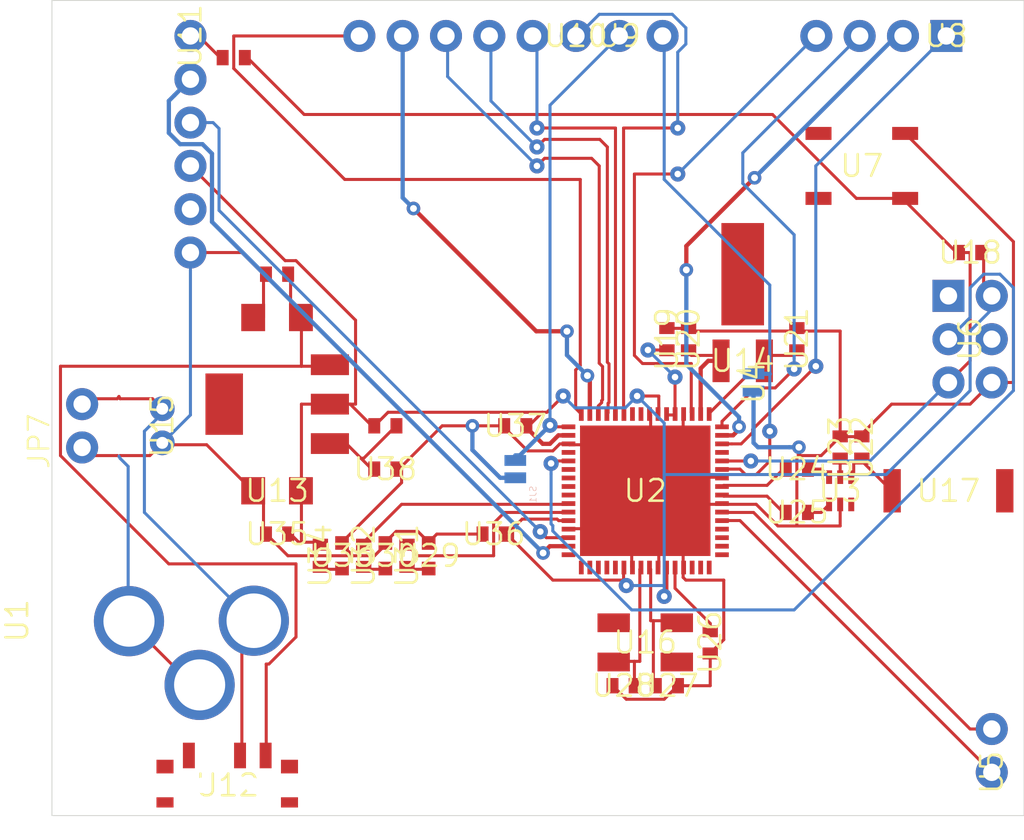
<source format=kicad_pcb>
(kicad_pcb (version 20171130) (host pcbnew "(5.1.4-0-10_14)")

  (general
    (thickness 1.6)
    (drawings 5)
    (tracks 528)
    (zones 0)
    (modules 45)
    (nets 65)
  )

  (page A4)
  (layers
    (0 Top signal)
    (31 Bottom signal)
    (32 B.Adhes user)
    (33 F.Adhes user)
    (34 B.Paste user)
    (35 F.Paste user)
    (36 B.SilkS user)
    (37 F.SilkS user)
    (38 B.Mask user)
    (39 F.Mask user hide)
    (40 Dwgs.User user)
    (41 Cmts.User user)
    (42 Eco1.User user)
    (43 Eco2.User user)
    (44 Edge.Cuts user)
    (45 Margin user)
    (46 B.CrtYd user)
    (47 F.CrtYd user)
    (48 B.Fab user)
    (49 F.Fab user)
  )

  (setup
    (last_trace_width 0.25)
    (trace_clearance 0.2)
    (zone_clearance 0.508)
    (zone_45_only no)
    (trace_min 0.1778)
    (via_size 0.8)
    (via_drill 0.4)
    (via_min_size 0.4)
    (via_min_drill 0.3)
    (uvia_size 0.3)
    (uvia_drill 0.1)
    (uvias_allowed no)
    (uvia_min_size 0.2)
    (uvia_min_drill 0.1)
    (edge_width 0.05)
    (segment_width 0.2)
    (pcb_text_width 0.3)
    (pcb_text_size 1.5 1.5)
    (mod_edge_width 0.12)
    (mod_text_size 1 1)
    (mod_text_width 0.15)
    (pad_size 1.524 1.524)
    (pad_drill 0.762)
    (pad_to_mask_clearance 0.051)
    (solder_mask_min_width 0.25)
    (aux_axis_origin 0 0)
    (grid_origin 178.4 82.8)
    (visible_elements FFFFEF7F)
    (pcbplotparams
      (layerselection 0x010fc_ffffffff)
      (usegerberextensions false)
      (usegerberattributes false)
      (usegerberadvancedattributes false)
      (creategerberjobfile false)
      (excludeedgelayer true)
      (linewidth 0.100000)
      (plotframeref false)
      (viasonmask false)
      (mode 1)
      (useauxorigin false)
      (hpglpennumber 1)
      (hpglpenspeed 20)
      (hpglpendiameter 15.000000)
      (psnegative false)
      (psa4output false)
      (plotreference true)
      (plotvalue true)
      (plotinvisibletext false)
      (padsonsilk false)
      (subtractmaskfromsilk false)
      (outputformat 1)
      (mirror false)
      (drillshape 1)
      (scaleselection 1)
      (outputdirectory ""))
  )

  (net 0 "")
  (net 1 GND)
  (net 2 N$3)
  (net 3 N$4)
  (net 4 DVDD)
  (net 5 AVDD)
  (net 6 N$5)
  (net 7 N$6)
  (net 8 RFN)
  (net 9 RFP)
  (net 10 RFANT)
  (net 11 RESET)
  (net 12 RSTON)
  (net 13 TST)
  (net 14 CLKI)
  (net 15 AREF)
  (net 16 A0)
  (net 17 A1)
  (net 18 A2)
  (net 19 A3)
  (net 20 A4)
  (net 21 A5)
  (net 22 A6)
  (net 23 A7)
  (net 24 PG5)
  (net 25 PG2)
  (net 26 PG1)
  (net 27 PG0)
  (net 28 PE7)
  (net 29 PE6)
  (net 30 PE5)
  (net 31 PE4)
  (net 32 PE3)
  (net 33 PE2)
  (net 34 TX0)
  (net 35 RX0)
  (net 36 PD7)
  (net 37 PD6)
  (net 38 PD5)
  (net 39 PD4)
  (net 40 TX1)
  (net 41 RX1)
  (net 42 SDA)
  (net 43 SCL)
  (net 44 PB7)
  (net 45 PB6)
  (net 46 PB5)
  (net 47 PB4)
  (net 48 S$1)
  (net 49 MISO)
  (net 50 S$2)
  (net 51 MOSI)
  (net 52 SCK)
  (net 53 SSN)
  (net 54 3.3V)
  (net 55 VCC)
  (net 56 DTR)
  (net 57 N$2)
  (net 58 N$7)
  (net 59 FB)
  (net 60 N$10)
  (net 61 N$11)
  (net 62 N$8)
  (net 63 N$13)
  (net 64 N$9)

  (net_class Default "This is the default net class."
    (clearance 0.2)
    (trace_width 0.25)
    (via_dia 0.8)
    (via_drill 0.4)
    (uvia_dia 0.3)
    (uvia_drill 0.1)
    (add_net 3.3V)
    (add_net A0)
    (add_net A1)
    (add_net A2)
    (add_net A3)
    (add_net A4)
    (add_net A5)
    (add_net A6)
    (add_net A7)
    (add_net AREF)
    (add_net AVDD)
    (add_net CLKI)
    (add_net DTR)
    (add_net DVDD)
    (add_net FB)
    (add_net GND)
    (add_net MISO)
    (add_net MOSI)
    (add_net N$10)
    (add_net N$11)
    (add_net N$13)
    (add_net N$2)
    (add_net N$3)
    (add_net N$4)
    (add_net N$5)
    (add_net N$6)
    (add_net N$7)
    (add_net N$8)
    (add_net N$9)
    (add_net PB4)
    (add_net PB5)
    (add_net PB6)
    (add_net PB7)
    (add_net PD4)
    (add_net PD5)
    (add_net PD6)
    (add_net PD7)
    (add_net PE2)
    (add_net PE3)
    (add_net PE4)
    (add_net PE5)
    (add_net PE6)
    (add_net PE7)
    (add_net PG0)
    (add_net PG1)
    (add_net PG2)
    (add_net PG5)
    (add_net RESET)
    (add_net RFANT)
    (add_net RFN)
    (add_net RFP)
    (add_net RSTON)
    (add_net RX0)
    (add_net RX1)
    (add_net S$1)
    (add_net S$2)
    (add_net SCK)
    (add_net SCL)
    (add_net SDA)
    (add_net SSN)
    (add_net TST)
    (add_net TX0)
    (add_net TX1)
    (add_net VCC)
  )

  (module POWER_JACK_PTH_LOCK locked (layer Top) (tedit 5DE6BEDA) (tstamp 5D7C0071)
    (at 145.9611 93.5736 270)
    (fp_text reference "U1" (at 0 0 270) (layer F.SilkS)
      (effects (font (size 1.27 1.27) (thickness 0.15)))
    )
    (fp_text value "" (at 0 0 270) (layer F.SilkS)
      (effects (font (size 1.27 1.27) (thickness 0.15)))
    )
    (fp_poly (pts (xy -4.4375 -14.5) (xy -4.4 0.55) (xy 4.4375 0.525) (xy 4.4625 -14.425)) (layer F.CrtYd) (width 0.1))
    (pad GNDBREAK thru_hole circle (at 3.7616 -10.7) (size 4.1148 4.1148) (drill 2.9972) (layers *.Cu *.Mask)
      (net 1 GND) (solder_mask_margin 0.1016))
    (pad GND thru_hole circle (at 0.0254 -6.557 270) (size 4.1148 4.1148) (drill 2.9972) (layers *.Cu *.Mask)
      (net 1 GND) (solder_mask_margin 0.1016))
    (pad PWR thru_hole circle (at 0 -13.8778 270) (size 4.1148 4.1148) (drill 3.2) (layers *.Cu *.Mask)
      (net 64 N$9) (solder_mask_margin 0.1016))
  )

  (module SJ_2S-TRACE (layer Bottom) (tedit 5DE6BBC5) (tstamp 5D7C0026)
    (at 175.1711 84.6836 90)
    (descr "Solder jumper, small, shorted with trace. No paste layer. Trace is cuttable.")
    (fp_text reference SJ1 (at -0.9525 1.27 90) (layer B.SilkS)
      (effects (font (size 0.38608 0.38608) (thickness 0.030886)) (justify left bottom mirror))
    )
    (fp_text value "" (at -0.9525 -1.651 90) (layer B.Fab)
      (effects (font (size 0.38608 0.38608) (thickness 0.030886)) (justify left bottom mirror))
    )
    (fp_poly (pts (xy -0.8255 1.016) (xy -1.0795 0.762) (xy -1.0795 -0.762) (xy -0.8255 -1.016)
      (xy 1.1 -1.05) (xy 1.1 1)) (layer B.CrtYd) (width 0.1))
    (pad 2 smd rect (at 0.508 0 90) (size 0.635 1.27) (layers Bottom B.Mask)
      (net 14 CLKI) (solder_mask_margin 0.1016))
    (pad 1 smd rect (at -0.508 0 90) (size 0.635 1.27) (layers Bottom B.Mask)
      (net 1 GND) (solder_mask_margin 0.1016))
  )

  (module QFN-64 (layer Top) (tedit 5DE162CC) (tstamp 5D7BFEB7)
    (at 182.7911 85.9536 180)
    (fp_text reference "U2" (at 0 0 180) (layer F.SilkS)
      (effects (font (size 1.27 1.27) (thickness 0.15)))
    )
    (fp_text value "" (at 0 0 180) (layer F.SilkS)
      (effects (font (size 1.27 1.27) (thickness 0.15)))
    )
    (fp_poly (pts (xy -4.5 -4.5) (xy -4.5 4.5) (xy 4.5 4.5) (xy 4.5 -4.5)) (layer F.CrtYd) (width 0.1))
    (pad 65 smd rect (at 0 0 180) (size 7.65 7.65) (layers Top F.Mask)
      (net 1 GND) (solder_mask_margin 0.1016))
    (pad 64 smd rect (at -3.75 -4.5 180) (size 0.28 0.8) (layers Top F.Paste F.Mask)
      (net 17 A1) (solder_mask_margin 0.1016))
    (pad 63 smd rect (at -3.25 -4.5 180) (size 0.28 0.8) (layers Top F.Paste F.Mask)
      (net 16 A0) (solder_mask_margin 0.1016))
    (pad 62 smd rect (at -2.75 -4.5 180) (size 0.28 0.8) (layers Top F.Paste F.Mask)
      (net 15 AREF) (solder_mask_margin 0.1016))
    (pad 61 smd rect (at -2.25 -4.5 180) (size 0.28 0.8) (layers Top F.Paste F.Mask)
      (net 1 GND) (solder_mask_margin 0.1016))
    (pad 60 smd rect (at -1.75 -4.5 180) (size 0.28 0.8) (layers Top F.Paste F.Mask)
      (net 5 AVDD) (solder_mask_margin 0.1016))
    (pad 59 smd rect (at -1.25 -4.5 180) (size 0.28 0.8) (layers Top F.Paste F.Mask)
      (net 54 3.3V) (solder_mask_margin 0.1016))
    (pad 58 smd rect (at -0.75 -4.5 180) (size 0.28 0.8) (layers Top F.Paste F.Mask)
      (net 1 GND) (solder_mask_margin 0.1016))
    (pad 57 smd rect (at -0.25 -4.5 180) (size 0.28 0.8) (layers Top F.Paste F.Mask)
      (net 2 N$3) (solder_mask_margin 0.1016))
    (pad 56 smd rect (at 0.25 -4.5 180) (size 0.28 0.8) (layers Top F.Paste F.Mask)
      (net 3 N$4) (solder_mask_margin 0.1016))
    (pad 55 smd rect (at 0.75 -4.5 180) (size 0.28 0.8) (layers Top F.Paste F.Mask)
      (net 1 GND) (solder_mask_margin 0.1016))
    (pad 54 smd rect (at 1.25 -4.5 180) (size 0.28 0.8) (layers Top F.Paste F.Mask)
      (net 54 3.3V) (solder_mask_margin 0.1016))
    (pad 53 smd rect (at 1.75 -4.5 180) (size 0.28 0.8) (layers Top F.Paste F.Mask)
      (net 28 PE7) (solder_mask_margin 0.1016))
    (pad 52 smd rect (at 2.25 -4.5 180) (size 0.28 0.8) (layers Top F.Paste F.Mask)
      (net 29 PE6) (solder_mask_margin 0.1016))
    (pad 51 smd rect (at 2.75 -4.5 180) (size 0.28 0.8) (layers Top F.Paste F.Mask)
      (net 30 PE5) (solder_mask_margin 0.1016))
    (pad 50 smd rect (at 3.25 -4.5 180) (size 0.28 0.8) (layers Top F.Paste F.Mask)
      (net 31 PE4) (solder_mask_margin 0.1016))
    (pad 49 smd rect (at 3.75 -4.5 180) (size 0.28 0.8) (layers Top F.Paste F.Mask)
      (net 32 PE3) (solder_mask_margin 0.1016))
    (pad 48 smd rect (at 4.5 -3.75 270) (size 0.28 0.8) (layers Top F.Paste F.Mask)
      (net 33 PE2) (solder_mask_margin 0.1016))
    (pad 47 smd rect (at 4.5 -3.25 270) (size 0.28 0.8) (layers Top F.Paste F.Mask)
      (net 34 TX0) (solder_mask_margin 0.1016))
    (pad 46 smd rect (at 4.5 -2.75 270) (size 0.28 0.8) (layers Top F.Paste F.Mask)
      (net 35 RX0) (solder_mask_margin 0.1016))
    (pad 45 smd rect (at 4.5 -2.25 270) (size 0.28 0.8) (layers Top F.Paste F.Mask)
      (net 1 GND) (solder_mask_margin 0.1016))
    (pad 44 smd rect (at 4.5 -1.75 270) (size 0.28 0.8) (layers Top F.Paste F.Mask)
      (net 54 3.3V) (solder_mask_margin 0.1016))
    (pad 43 smd rect (at 4.5 -1.25 270) (size 0.28 0.8) (layers Top F.Paste F.Mask)
      (net 44 PB7) (solder_mask_margin 0.1016))
    (pad 42 smd rect (at 4.5 -0.75 270) (size 0.28 0.8) (layers Top F.Paste F.Mask)
      (net 45 PB6) (solder_mask_margin 0.1016))
    (pad 41 smd rect (at 4.5 -0.25 270) (size 0.28 0.8) (layers Top F.Paste F.Mask)
      (net 46 PB5) (solder_mask_margin 0.1016))
    (pad 40 smd rect (at 4.5 0.25 270) (size 0.28 0.8) (layers Top F.Paste F.Mask)
      (net 47 PB4) (solder_mask_margin 0.1016))
    (pad 39 smd rect (at 4.5 0.75 270) (size 0.28 0.8) (layers Top F.Paste F.Mask)
      (net 49 MISO) (solder_mask_margin 0.1016))
    (pad 38 smd rect (at 4.5 1.25 270) (size 0.28 0.8) (layers Top F.Paste F.Mask)
      (net 50 S$2) (solder_mask_margin 0.1016))
    (pad 37 smd rect (at 4.5 1.75 270) (size 0.28 0.8) (layers Top F.Paste F.Mask)
      (net 52 SCK) (solder_mask_margin 0.1016))
    (pad 36 smd rect (at 4.5 2.25 270) (size 0.28 0.8) (layers Top F.Paste F.Mask)
      (net 53 SSN) (solder_mask_margin 0.1016))
    (pad 35 smd rect (at 4.5 2.75 270) (size 0.28 0.8) (layers Top F.Paste F.Mask)
      (net 1 GND) (solder_mask_margin 0.1016))
    (pad 34 smd rect (at 4.5 3.25 270) (size 0.28 0.8) (layers Top F.Paste F.Mask)
      (net 54 3.3V) (solder_mask_margin 0.1016))
    (pad 33 smd rect (at 4.5 3.75 270) (size 0.28 0.8) (layers Top F.Paste F.Mask)
      (net 14 CLKI) (solder_mask_margin 0.1016))
    (pad 32 smd rect (at 3.75 4.5 180) (size 0.28 0.8) (layers Top F.Paste F.Mask)
      (net 36 PD7) (solder_mask_margin 0.1016))
    (pad 31 smd rect (at 3.25 4.5 180) (size 0.28 0.8) (layers Top F.Paste F.Mask)
      (net 37 PD6) (solder_mask_margin 0.1016))
    (pad 30 smd rect (at 2.75 4.5 180) (size 0.28 0.8) (layers Top F.Paste F.Mask)
      (net 38 PD5) (solder_mask_margin 0.1016))
    (pad 29 smd rect (at 2.25 4.5 180) (size 0.28 0.8) (layers Top F.Paste F.Mask)
      (net 39 PD4) (solder_mask_margin 0.1016))
    (pad 11 smd rect (at -4.5 1.25 90) (size 0.28 0.8) (layers Top F.Paste F.Mask)
      (net 13 TST) (solder_mask_margin 0.1016))
    (pad 20 smd rect (at -2.25 4.5) (size 0.28 0.8) (layers Top F.Paste F.Mask)
      (net 1 GND) (solder_mask_margin 0.1016))
    (pad 19 smd rect (at -2.75 4.5) (size 0.28 0.8) (layers Top F.Paste F.Mask)
      (net 24 PG5) (solder_mask_margin 0.1016))
    (pad 12 smd rect (at -4.5 1.75 90) (size 0.28 0.8) (layers Top F.Paste F.Mask)
      (net 11 RESET) (solder_mask_margin 0.1016))
    (pad 13 smd rect (at -4.5 2.25 90) (size 0.28 0.8) (layers Top F.Paste F.Mask)
      (net 12 RSTON) (solder_mask_margin 0.1016))
    (pad 18 smd rect (at -3.25 4.5) (size 0.28 0.8) (layers Top F.Paste F.Mask)
      (net 6 N$5) (solder_mask_margin 0.1016))
    (pad 17 smd rect (at -3.75 4.5) (size 0.28 0.8) (layers Top F.Paste F.Mask)
      (net 7 N$6) (solder_mask_margin 0.1016))
    (pad 14 smd rect (at -4.5 2.75 90) (size 0.28 0.8) (layers Top F.Paste F.Mask)
      (net 27 PG0) (solder_mask_margin 0.1016))
    (pad 15 smd rect (at -4.5 3.25 270) (size 0.28 0.8) (layers Top F.Paste F.Mask)
      (net 26 PG1) (solder_mask_margin 0.1016))
    (pad 16 smd rect (at -4.5 3.75 270) (size 0.28 0.8) (layers Top F.Paste F.Mask)
      (net 25 PG2) (solder_mask_margin 0.1016))
    (pad 1 smd rect (at -4.5 -3.75 90) (size 0.28 0.8) (layers Top F.Paste F.Mask)
      (net 18 A2) (solder_mask_margin 0.1016))
    (pad 10 smd rect (at -4.5 0.75 90) (size 0.28 0.8) (layers Top F.Paste F.Mask)
      (net 1 GND) (solder_mask_margin 0.1016))
    (pad 9 smd rect (at -4.5 0.25 90) (size 0.28 0.8) (layers Top F.Paste F.Mask)
      (net 8 RFN) (solder_mask_margin 0.1016))
    (pad 2 smd rect (at -4.5 -3.25 90) (size 0.28 0.8) (layers Top F.Paste F.Mask)
      (net 19 A3) (solder_mask_margin 0.1016))
    (pad 3 smd rect (at -4.5 -2.75 90) (size 0.28 0.8) (layers Top F.Paste F.Mask)
      (net 20 A4) (solder_mask_margin 0.1016))
    (pad 8 smd rect (at -4.5 -0.25 90) (size 0.28 0.8) (layers Top F.Paste F.Mask)
      (net 9 RFP) (solder_mask_margin 0.1016))
    (pad 7 smd rect (at -4.5 -0.75 90) (size 0.28 0.8) (layers Top F.Paste F.Mask)
      (net 1 GND) (solder_mask_margin 0.1016))
    (pad 4 smd rect (at -4.5 -2.25 90) (size 0.28 0.8) (layers Top F.Paste F.Mask)
      (net 21 A5) (solder_mask_margin 0.1016))
    (pad 5 smd rect (at -4.5 -1.75 90) (size 0.28 0.8) (layers Top F.Paste F.Mask)
      (net 22 A6) (solder_mask_margin 0.1016))
    (pad 6 smd rect (at -4.5 -1.25 90) (size 0.28 0.8) (layers Top F.Paste F.Mask)
      (net 23 A7) (solder_mask_margin 0.1016))
    (pad 21 smd rect (at -1.75 4.5) (size 0.28 0.8) (layers Top F.Paste F.Mask)
      (net 4 DVDD) (solder_mask_margin 0.1016))
    (pad 22 smd rect (at -1.25 4.5) (size 0.28 0.8) (layers Top F.Paste F.Mask)
      (net 4 DVDD) (solder_mask_margin 0.1016))
    (pad 23 smd rect (at -0.75 4.5) (size 0.28 0.8) (layers Top F.Paste F.Mask)
      (net 54 3.3V) (solder_mask_margin 0.1016))
    (pad 28 smd rect (at 1.75 4.5) (size 0.28 0.8) (layers Top F.Paste F.Mask)
      (net 40 TX1) (solder_mask_margin 0.1016))
    (pad 27 smd rect (at 1.25 4.5) (size 0.28 0.8) (layers Top F.Paste F.Mask)
      (net 41 RX1) (solder_mask_margin 0.1016))
    (pad 24 smd rect (at -0.25 4.5) (size 0.28 0.8) (layers Top F.Paste F.Mask)
      (net 1 GND) (solder_mask_margin 0.1016))
    (pad 25 smd rect (at 0.25 4.5) (size 0.28 0.8) (layers Top F.Paste F.Mask)
      (net 43 SCL) (solder_mask_margin 0.1016))
    (pad 26 smd rect (at 0.75 4.5) (size 0.28 0.8) (layers Top F.Paste F.Mask)
      (net 42 SDA) (solder_mask_margin 0.1016))
  )

  (module BALUN locked (layer Top) (tedit 5DE162B0) (tstamp 5D7BFF9B)
    (at 194.2211 85.9536 180)
    (fp_text reference "U3" (at 0 0 180) (layer F.SilkS)
      (effects (font (size 1.27 1.27) (thickness 0.15)))
    )
    (fp_text value "" (at 0 0 180) (layer F.SilkS)
      (effects (font (size 1.27 1.27) (thickness 0.15)))
    )
    (fp_poly (pts (xy -1 -0.625) (xy -1 0.625) (xy 1 0.625) (xy 1 -0.625)) (layer F.CrtYd) (width 0.1))
    (pad 4 smd rect (at 0.65 -0.8 180) (size 0.35 0.8) (layers Top F.Paste F.Mask)
      (net 60 N$10) (solder_mask_margin 0.1016))
    (pad 5 smd rect (at 0 -0.8 180) (size 0.35 0.8) (layers Top F.Paste F.Mask)
      (net 1 GND) (solder_mask_margin 0.1016))
    (pad 6 smd rect (at -0.65 -0.8 180) (size 0.35 0.8) (layers Top F.Paste F.Mask)
      (solder_mask_margin 0.1016))
    (pad 3 smd rect (at 0.65 0.8 180) (size 0.35 0.8) (layers Top F.Paste F.Mask)
      (net 61 N$11) (solder_mask_margin 0.1016))
    (pad 2 smd rect (at 0 0.8 180) (size 0.35 0.8) (layers Top F.Paste F.Mask)
      (net 58 N$7) (solder_mask_margin 0.1016))
    (pad 1 smd rect (at -0.65 0.8 180) (size 0.35 0.8) (layers Top F.Paste F.Mask)
      (net 10 RFANT) (solder_mask_margin 0.1016))
  )

  (module SJ_2S-TRACE (layer Bottom) (tedit 5DE16282) (tstamp 5D7C0032)
    (at 189.1411 79.6036 90)
    (descr "Solder jumper, small, shorted with trace. No paste layer. Trace is cuttable.")
    (fp_text reference "U4" (at 0 0 90) (layer F.SilkS)
      (effects (font (size 1.27 1.27) (thickness 0.15)))
    )
    (fp_text value "" (at 0 0 90) (layer F.SilkS)
      (effects (font (size 1.27 1.27) (thickness 0.15)))
    )
    (fp_poly (pts (xy -0.8255 1.016) (xy -1.0795 0.762) (xy -1.0795 -0.762) (xy -0.8255 -1.016)
      (xy 1.1 -1.05) (xy 1.1 1)) (layer B.CrtYd) (width 0.1))
    (pad 2 smd rect (at 0.508 0 90) (size 0.635 1.27) (layers Bottom B.Mask)
      (net 13 TST) (solder_mask_margin 0.1016))
    (pad 1 smd rect (at -0.508 0 90) (size 0.635 1.27) (layers Bottom B.Mask)
      (net 1 GND) (solder_mask_margin 0.1016))
  )

  (module 1X02_NO_SILK locked (layer Top) (tedit 5DE1617C) (tstamp 5D7C0005)
    (at 203.1111 102.4636 90)
    (fp_text reference "U5" (at 0 0 90) (layer F.SilkS)
      (effects (font (size 1.27 1.27) (thickness 0.15)))
    )
    (fp_text value "" (at 0 0 90) (layer F.SilkS)
      (effects (font (size 1.27 1.27) (thickness 0.15)))
    )
    (fp_poly (pts (xy -1.25 -1.2) (xy -1.25 1.15) (xy 3.7 1.15) (xy 3.7 -1.2)) (layer F.CrtYd) (width 0.1))
    (pad 2 thru_hole circle (at 2.54 0 180) (size 1.8796 1.8796) (drill 1.016) (layers *.Cu *.Mask)
      (net 23 A7) (solder_mask_margin 0.1016))
    (pad 1 thru_hole circle (at 0 0 180) (size 1.8796 1.8796) (drill 1.016) (layers *.Cu *.Mask)
      (net 22 A6) (solder_mask_margin 0.1016))
  )

  (module 2X3-NS locked (layer Top) (tedit 5DE16167) (tstamp 5D7BFFCB)
    (at 201.8411 77.0636 270)
    (fp_text reference "U6" (at 0 0 270) (layer F.SilkS)
      (effects (font (size 1.27 1.27) (thickness 0.15)))
    )
    (fp_text value "" (at 0 0 270) (layer F.SilkS)
      (effects (font (size 1.27 1.27) (thickness 0.15)))
    )
    (fp_poly (pts (xy -3.15 -2.55) (xy -3.8 -1.9) (xy -3.8 1.85) (xy -3.15 2.55)
      (xy -1.85 2.5) (xy -1.25 1.9) (xy -0.65 2.5) (xy 0.7 2.5)
      (xy 1.25 1.95) (xy 1.9 2.5) (xy 3.15 2.5) (xy 3.85 1.85)
      (xy 3.8 -1.95) (xy 3.15 -2.55) (xy 1.95 -2.55) (xy 1.3 -1.95)
      (xy 0.6 -2.55) (xy -0.65 -2.55) (xy -1.3 -1.9) (xy -1.9 -2.55)) (layer F.CrtYd) (width 0.1))
    (pad 6 thru_hole circle (at 2.54 -1.27 270) (size 1.8796 1.8796) (drill 1.016) (layers *.Cu *.Mask)
      (net 1 GND) (solder_mask_margin 0.1016))
    (pad 5 thru_hole circle (at 2.54 1.27 270) (size 1.8796 1.8796) (drill 1.016) (layers *.Cu *.Mask)
      (net 11 RESET) (solder_mask_margin 0.1016))
    (pad 4 thru_hole circle (at 0 -1.27 270) (size 1.8796 1.8796) (drill 1.016) (layers *.Cu *.Mask)
      (net 51 MOSI) (solder_mask_margin 0.1016))
    (pad 3 thru_hole circle (at 0 1.27 270) (size 1.8796 1.8796) (drill 1.016) (layers *.Cu *.Mask)
      (net 52 SCK) (solder_mask_margin 0.1016))
    (pad 2 thru_hole circle (at -2.54 -1.27 270) (size 1.8796 1.8796) (drill 1.016) (layers *.Cu *.Mask)
      (net 54 3.3V) (solder_mask_margin 0.1016))
    (pad 1 thru_hole rect (at -2.54 1.27 270) (size 1.8796 1.8796) (drill 1.016) (layers *.Cu *.Mask)
      (net 48 S$1) (solder_mask_margin 0.1016))
  )

  (module TACTILE_SWITCH_SMD (layer Top) (tedit 5DE16134) (tstamp 5D7BFFF1)
    (at 195.4911 66.9036 180)
    (fp_text reference "U7" (at 0 0 180) (layer F.SilkS)
      (effects (font (size 1.27 1.27) (thickness 0.15)))
    )
    (fp_text value "" (at 0 0 180) (layer F.SilkS)
      (effects (font (size 1.27 1.27) (thickness 0.15)))
    )
    (fp_poly (pts (xy -1.54 -2.54) (xy -2.54 -1.27) (xy -2.54 1.24) (xy -1.54 2.54)
      (xy 1.54 2.54) (xy 2.54 1.24) (xy 2.54 -1.24) (xy 1.54 -2.54)) (layer F.CrtYd) (width 0.1))
    (pad 4 smd rect (at 2.54 1.905 270) (size 0.762 1.524) (layers Top F.Paste F.Mask)
      (solder_mask_margin 0.1016))
    (pad 3 smd rect (at -2.54 1.905 270) (size 0.762 1.524) (layers Top F.Paste F.Mask)
      (net 1 GND) (solder_mask_margin 0.1016))
    (pad 2 smd rect (at 2.54 -1.905 270) (size 0.762 1.524) (layers Top F.Paste F.Mask)
      (solder_mask_margin 0.1016))
    (pad 1 smd rect (at -2.54 -1.905 270) (size 0.762 1.524) (layers Top F.Paste F.Mask)
      (net 11 RESET) (solder_mask_margin 0.1016))
  )

  (module 1X04_NO_SILK locked (layer Top) (tedit 5DE16105) (tstamp 5D7C000C)
    (at 200.4441 59.2836 180)
    (fp_text reference "U8" (at 0 0 180) (layer F.SilkS)
      (effects (font (size 1.27 1.27) (thickness 0.15)))
    )
    (fp_text value "" (at 0 0 180) (layer F.SilkS)
      (effects (font (size 1.27 1.27) (thickness 0.15)))
    )
    (fp_poly (pts (xy -1.25 -1.15) (xy -1.25 1.3) (xy 8.95 1.325) (xy 8.95 -1.15)) (layer F.CrtYd) (width 0.1))
    (pad 4 thru_hole circle (at 7.62 0 270) (size 1.8796 1.8796) (drill 1.016) (layers *.Cu *.Mask)
      (net 24 PG5) (solder_mask_margin 0.1016))
    (pad 3 thru_hole circle (at 5.08 0 270) (size 1.8796 1.8796) (drill 1.016) (layers *.Cu *.Mask)
      (net 25 PG2) (solder_mask_margin 0.1016))
    (pad 2 thru_hole circle (at 2.54 0 270) (size 1.8796 1.8796) (drill 1.016) (layers *.Cu *.Mask)
      (net 26 PG1) (solder_mask_margin 0.1016))
    (pad 1 thru_hole rect (at 0 0 270) (size 1.8796 1.8796) (drill 1.016) (layers *.Cu *.Mask)
      (net 27 PG0) (solder_mask_margin 0.1016))
  )

  (module 1X02_NO_SILK locked (layer Top) (tedit 5DE160E1) (tstamp 5D7C003E)
    (at 181.2671 59.2836)
    (fp_text reference "U9" (at 0 0) (layer F.SilkS)
      (effects (font (size 1.27 1.27) (thickness 0.15)))
    )
    (fp_text value "" (at 0 0) (layer F.SilkS)
      (effects (font (size 1.27 1.27) (thickness 0.15)))
    )
    (fp_poly (pts (xy -1.25 -1.25) (xy -1.25 1.2) (xy 3.9 1.2) (xy 3.9 -1.25)) (layer F.CrtYd) (width 0.1))
    (pad 2 thru_hole circle (at 2.54 0 90) (size 1.8796 1.8796) (drill 1.016) (layers *.Cu *.Mask)
      (net 13 TST) (solder_mask_margin 0.1016))
    (pad 1 thru_hole circle (at 0 0 90) (size 1.8796 1.8796) (drill 1.016) (layers *.Cu *.Mask)
      (net 14 CLKI) (solder_mask_margin 0.1016))
  )

  (module 1X06_NS locked (layer Top) (tedit 5DE160A3) (tstamp 5D7C0017)
    (at 178.7271 59.2836 180)
    (fp_text reference "U10" (at 0 0 180) (layer F.SilkS)
      (effects (font (size 1.27 1.27) (thickness 0.15)))
    )
    (fp_text value "" (at 0 0 180) (layer F.SilkS)
      (effects (font (size 1.27 1.27) (thickness 0.15)))
    )
    (fp_poly (pts (xy -1.25 -1.2) (xy -1.25 1.25) (xy 13.95 1.25) (xy 14 -1.2)) (layer F.CrtYd) (width 0.1))
    (pad 6 thru_hole circle (at 12.7 0 270) (size 1.8796 1.8796) (drill 1.016) (layers *.Cu *.Mask)
      (net 36 PD7) (solder_mask_margin 0.1016))
    (pad 5 thru_hole circle (at 10.16 0 270) (size 1.8796 1.8796) (drill 1.016) (layers *.Cu *.Mask)
      (net 37 PD6) (solder_mask_margin 0.1016))
    (pad 4 thru_hole circle (at 7.62 0 270) (size 1.8796 1.8796) (drill 1.016) (layers *.Cu *.Mask)
      (net 38 PD5) (solder_mask_margin 0.1016))
    (pad 3 thru_hole circle (at 5.08 0 270) (size 1.8796 1.8796) (drill 1.016) (layers *.Cu *.Mask)
      (net 39 PD4) (solder_mask_margin 0.1016))
    (pad 2 thru_hole circle (at 2.54 0 270) (size 1.8796 1.8796) (drill 1.016) (layers *.Cu *.Mask)
      (net 40 TX1) (solder_mask_margin 0.1016))
    (pad 1 thru_hole circle (at 0 0 270) (size 1.8796 1.8796) (drill 1.016) (layers *.Cu *.Mask)
      (net 41 RX1) (solder_mask_margin 0.1016))
  )

  (module FTDI_BASIC locked (layer Top) (tedit 5DE1607C) (tstamp 5D7C00AD)
    (at 156.1211 59.2836 270)
    (fp_text reference "U11" (at 0 0 270) (layer F.SilkS)
      (effects (font (size 1.27 1.27) (thickness 0.15)))
    )
    (fp_text value "" (at 0 0 270) (layer F.SilkS)
      (effects (font (size 1.27 1.27) (thickness 0.15)))
    )
    (fp_poly (pts (xy -1.25 -1.2) (xy -1.25 1.25) (xy 13.95 1.25) (xy 14 -1.2)) (layer F.CrtYd) (width 0.1))
    (pad GND thru_hole circle (at 12.7 0) (size 1.8796 1.8796) (drill 1.016) (layers *.Cu *.Mask)
      (net 1 GND) (solder_mask_margin 0.1016))
    (pad CTS thru_hole circle (at 10.16 0) (size 1.8796 1.8796) (drill 1.016) (layers *.Cu *.Mask)
      (solder_mask_margin 0.1016))
    (pad VCC thru_hole circle (at 7.62 0) (size 1.8796 1.8796) (drill 1.016) (layers *.Cu *.Mask)
      (net 54 3.3V) (solder_mask_margin 0.1016))
    (pad TXO thru_hole circle (at 5.08 0) (size 1.8796 1.8796) (drill 1.016) (layers *.Cu *.Mask)
      (net 35 RX0) (solder_mask_margin 0.1016))
    (pad RXI thru_hole circle (at 2.54 0) (size 1.8796 1.8796) (drill 1.016) (layers *.Cu *.Mask)
      (net 34 TX0) (solder_mask_margin 0.1016))
    (pad DTR thru_hole circle (at 0 0) (size 1.8796 1.8796) (drill 1.016) (layers *.Cu *.Mask)
      (net 56 DTR) (solder_mask_margin 0.1016))
  )

  (module SWITCH-SPST-SMD-A (layer Top) (tedit 5DE16057) (tstamp 5D7C0162)
    (at 158.2801 103.2256 180)
    (fp_text reference "U12" (at 0 0 180) (layer F.SilkS)
      (effects (font (size 1.27 1.27) (thickness 0.15)))
    )
    (fp_text value "" (at 0 0 180) (layer F.SilkS)
      (effects (font (size 1.27 1.27) (thickness 0.15)))
    )
    (fp_poly (pts (xy -3.35 1.3) (xy 3.35 1.3) (xy 3.35 -1.3) (xy 2.7 -1.3)
      (xy 2.7 -3.15) (xy -2.75 -3.15) (xy -2.75 -1.35) (xy -3.35 -1.35)) (layer F.CrtYd) (width 0.1))
    (pad "" np_thru_hole circle (at 1.5 0 180) (size 0.9 0.9) (drill 0.9) (layers *.Cu *.Mask))
    (pad "" np_thru_hole circle (at -1.5 0 180) (size 0.9 0.9) (drill 0.9) (layers *.Cu *.Mask))
    (pad GND4 smd rect (at 3.65 1.1 180) (size 1 0.8) (layers Top F.Paste F.Mask)
      (solder_mask_margin 0.1016))
    (pad GND3 smd rect (at 3.65 -1 180) (size 1 0.6) (layers Top F.Paste F.Mask)
      (solder_mask_margin 0.1016))
    (pad GND2 smd rect (at -3.65 1.1 180) (size 1 0.8) (layers Top F.Paste F.Mask)
      (solder_mask_margin 0.1016))
    (pad GND1 smd rect (at -3.65 -1 180) (size 1 0.6) (layers Top F.Paste F.Mask)
      (solder_mask_margin 0.1016))
    (pad 3 smd rect (at 2.25 1.75) (size 0.7 1.5) (layers Top F.Paste F.Mask)
      (solder_mask_margin 0.1016))
    (pad 2 smd rect (at -0.75 1.75) (size 0.7 1.5) (layers Top F.Paste F.Mask)
      (net 64 N$9) (solder_mask_margin 0.1016))
    (pad 1 smd rect (at -2.25 1.75) (size 0.7 1.5) (layers Top F.Paste F.Mask)
      (net 55 VCC) (solder_mask_margin 0.1016))
  )

  (module EIA3216 (layer Top) (tedit 5DE1602E) (tstamp 5D7C0154)
    (at 161.2011 85.9536)
    (fp_text reference "U13" (at 0 0) (layer F.SilkS)
      (effects (font (size 1.27 1.27) (thickness 0.15)))
    )
    (fp_text value "" (at 0 0) (layer F.SilkS)
      (effects (font (size 1.27 1.27) (thickness 0.15)))
    )
    (fp_poly (pts (xy -2.5 -1.2) (xy -2.5 1.2) (xy 2.1 1.2) (xy 2.5 0.8)
      (xy 2.5 -0.8) (xy 2.1 -1.2)) (layer F.CrtYd) (width 0.1))
    (pad A smd rect (at 1.4 0 90) (size 1.6 1.4) (layers Top F.Paste F.Mask)
      (net 54 3.3V) (solder_mask_margin 0.1016))
    (pad C smd rect (at -1.4 0 90) (size 1.6 1.4) (layers Top F.Paste F.Mask)
      (net 1 GND) (solder_mask_margin 0.1016))
  )

  (module CRYSTAL-32KHZ-SMD (layer Top) (tedit 5DE16010) (tstamp 5D7BFF75)
    (at 188.5061 78.3336)
    (fp_text reference "U14" (at 0 0) (layer F.SilkS)
      (effects (font (size 1.27 1.27) (thickness 0.15)))
    )
    (fp_text value "" (at 0 0) (layer F.SilkS)
      (effects (font (size 1.27 1.27) (thickness 0.15)))
    )
    (fp_poly (pts (xy -1.4 -8.25) (xy -1.4 -1.4) (xy -1.9 -1.4) (xy -1.9 1.35)
      (xy 1.85 1.35) (xy 1.85 -1.35) (xy 1.4 -1.35) (xy 1.4 -8.25)) (layer F.CrtYd) (width 0.1))
    (pad SHEILD smd rect (at 0 -5.08) (size 2.5 6) (layers Top F.Paste F.Mask)
      (solder_mask_margin 0.1016))
    (pad X2 smd rect (at 1.27 0) (size 1 2.5) (layers Top F.Paste F.Mask)
      (net 7 N$6) (solder_mask_margin 0.1016))
    (pad X1 smd rect (at -1.27 0) (size 1 2.5) (layers Top F.Paste F.Mask)
      (net 6 N$5) (solder_mask_margin 0.1016))
  )

  (module JST-2-PTH locked (layer Top) (tedit 5DE15FDF) (tstamp 5D7C0083)
    (at 154.4701 82.1436 90)
    (fp_text reference "U15" (at 0 0 90) (layer F.SilkS)
      (effects (font (size 1.27 1.27) (thickness 0.15)))
    )
    (fp_text value "" (at 0 0 90) (layer F.SilkS)
      (effects (font (size 1.27 1.27) (thickness 0.15)))
    )
    (fp_poly (pts (xy -3 -6) (xy 3 -6) (xy 3 1.75) (xy 2 1.8)
      (xy 2 0) (xy -2 0) (xy -2 1.8) (xy -3 1.8)) (layer F.CrtYd) (width 0.1))
    (pad 2 thru_hole circle (at 1 0 90) (size 1.4478 1.4478) (drill 0.7) (layers *.Cu *.Mask)
      (net 64 N$9) (solder_mask_margin 0.1016))
    (pad 1 thru_hole circle (at -1 0 90) (size 1.4478 1.4478) (drill 0.7) (layers *.Cu *.Mask)
      (net 1 GND) (solder_mask_margin 0.1016))
  )

  (module CRYSTAL-SMD-5X3 (layer Top) (tedit 5DE15F9B) (tstamp 5D7BFF4C)
    (at 182.7911 94.8436)
    (fp_text reference "U16" (at 0 0) (layer F.SilkS)
      (effects (font (size 1.27 1.27) (thickness 0.15)))
    )
    (fp_text value "" (at 0 0) (layer F.SilkS)
      (effects (font (size 1.27 1.27) (thickness 0.15)))
    )
    (fp_poly (pts (xy -2.95 -1.85) (xy -2.95 1.85) (xy 2.95 1.85) (xy 2.95 -1.85)) (layer F.CrtYd) (width 0.1))
    (pad 2 smd rect (at 1.85 1.15) (size 1.9 1.1) (layers Top F.Paste F.Mask)
      (solder_mask_margin 0.1016))
    (pad 4 smd rect (at -1.85 -1.15) (size 1.9 1.1) (layers Top F.Paste F.Mask)
      (solder_mask_margin 0.1016))
    (pad 3 smd rect (at 1.85 -1.15) (size 1.9 1.1) (layers Top F.Paste F.Mask)
      (net 2 N$3) (solder_mask_margin 0.1016))
    (pad 1 smd rect (at -1.85 1.15) (size 1.9 1.1) (layers Top F.Paste F.Mask)
      (net 3 N$4) (solder_mask_margin 0.1016))
  )

  (module ANTENNA-CHIP5 locked (layer Top) (tedit 5DE15F88) (tstamp 5D7C01C2)
    (at 200.5711 85.9536)
    (fp_text reference "U17" (at 0 0) (layer F.SilkS)
      (effects (font (size 1.27 1.27) (thickness 0.15)))
    )
    (fp_text value "" (at 0 0) (layer F.SilkS)
      (effects (font (size 1.27 1.27) (thickness 0.15)))
    )
    (fp_poly (pts (xy -3.9 -1.35) (xy -3.9 1.4) (xy 3.9 1.4) (xy 3.9 -1.35)) (layer F.CrtYd) (width 0.1))
    (pad NC smd rect (at 3.302 0 180) (size 1.016 2.54) (layers Top F.Paste F.Mask)
      (solder_mask_margin 0.1016))
    (pad FEED smd rect (at -3.302 0 180) (size 1.016 2.54) (layers Top F.Paste F.Mask)
      (net 10 RFANT) (solder_mask_margin 0.1016))
  )

  (module 0402-RES (layer Top) (tedit 5DE15F5D) (tstamp 5D7BFFBC)
    (at 201.8411 71.9836)
    (fp_text reference "U18" (at 0 0) (layer F.SilkS)
      (effects (font (size 1.27 1.27) (thickness 0.15)))
    )
    (fp_text value "" (at 0 0) (layer F.SilkS)
      (effects (font (size 1.27 1.27) (thickness 0.15)))
    )
    (fp_poly (pts (xy -1.1 -0.55) (xy -1.1 0.55) (xy 1.1 0.55) (xy 1.1 -0.55)) (layer F.CrtYd) (width 0.1))
    (pad 2 smd rect (at 0.65 0) (size 0.7 0.9) (layers Top F.Paste F.Mask)
      (net 54 3.3V) (solder_mask_margin 0.1016))
    (pad 1 smd rect (at -0.65 0) (size 0.7 0.9) (layers Top F.Paste F.Mask)
      (net 11 RESET) (solder_mask_margin 0.1016))
  )

  (module 0402-CAP (layer Top) (tedit 5DE15F51) (tstamp 5D7BFF1F)
    (at 184.0611 77.0636 90)
    (fp_text reference "U19" (at 0 0 90) (layer F.SilkS)
      (effects (font (size 1.27 1.27) (thickness 0.15)))
    )
    (fp_text value "" (at 0 0 90) (layer F.SilkS)
      (effects (font (size 1.27 1.27) (thickness 0.15)))
    )
    (fp_poly (pts (xy -1.1 -0.55) (xy -1.1 0.55) (xy 1.1 0.55) (xy 1.1 -0.55)) (layer F.CrtYd) (width 0.1))
    (pad 2 smd rect (at 0.65 0 90) (size 0.7 0.9) (layers Top F.Paste F.Mask)
      (net 1 GND) (solder_mask_margin 0.1016))
    (pad 1 smd rect (at -0.65 0 90) (size 0.7 0.9) (layers Top F.Paste F.Mask)
      (net 4 DVDD) (solder_mask_margin 0.1016))
  )

  (module 0402-CAP (layer Top) (tedit 5DE15F4A) (tstamp 5D7BFF7D)
    (at 185.3311 77.0636 90)
    (fp_text reference "U20" (at 0 0 90) (layer F.SilkS)
      (effects (font (size 1.27 1.27) (thickness 0.15)))
    )
    (fp_text value "" (at 0 0 90) (layer F.SilkS)
      (effects (font (size 1.27 1.27) (thickness 0.15)))
    )
    (fp_poly (pts (xy -1.1 -0.55) (xy -1.1 0.55) (xy 1.1 0.55) (xy 1.1 -0.55)) (layer F.CrtYd) (width 0.1))
    (pad 2 smd rect (at 0.65 0 90) (size 0.7 0.9) (layers Top F.Paste F.Mask)
      (net 1 GND) (solder_mask_margin 0.1016))
    (pad 1 smd rect (at -0.65 0 90) (size 0.7 0.9) (layers Top F.Paste F.Mask)
      (net 6 N$5) (solder_mask_margin 0.1016))
  )

  (module 0402-CAP (layer Top) (tedit 5DE15F44) (tstamp 5D7BFF8C)
    (at 191.6811 77.0636 90)
    (fp_text reference "U21" (at 0 0 90) (layer F.SilkS)
      (effects (font (size 1.27 1.27) (thickness 0.15)))
    )
    (fp_text value "" (at 0 0 90) (layer F.SilkS)
      (effects (font (size 1.27 1.27) (thickness 0.15)))
    )
    (fp_poly (pts (xy -1.1 -0.55) (xy -1.1 0.55) (xy 1.1 0.55) (xy 1.1 -0.55)) (layer F.CrtYd) (width 0.1))
    (pad 2 smd rect (at 0.65 0 90) (size 0.7 0.9) (layers Top F.Paste F.Mask)
      (net 1 GND) (solder_mask_margin 0.1016))
    (pad 1 smd rect (at -0.65 0 90) (size 0.7 0.9) (layers Top F.Paste F.Mask)
      (net 7 N$6) (solder_mask_margin 0.1016))
  )

  (module 0402-CAP (layer Top) (tedit 5DE15F3D) (tstamp 5D7C0114)
    (at 195.4911 83.4136 270)
    (fp_text reference "U22" (at 0 0 270) (layer F.SilkS)
      (effects (font (size 1.27 1.27) (thickness 0.15)))
    )
    (fp_text value "" (at 0 0 270) (layer F.SilkS)
      (effects (font (size 1.27 1.27) (thickness 0.15)))
    )
    (fp_poly (pts (xy -1.1 -0.55) (xy -1.1 0.55) (xy 1.1 0.55) (xy 1.1 -0.55)) (layer F.CrtYd) (width 0.1))
    (pad 2 smd rect (at 0.65 0 270) (size 0.7 0.9) (layers Top F.Paste F.Mask)
      (net 10 RFANT) (solder_mask_margin 0.1016))
    (pad 1 smd rect (at -0.65 0 270) (size 0.7 0.9) (layers Top F.Paste F.Mask)
      (net 1 GND) (solder_mask_margin 0.1016))
  )

  (module 0402-CAP (layer Top) (tedit 5DE15F38) (tstamp 5D7BFFAD)
    (at 194.2211 83.4136 90)
    (fp_text reference "U23" (at 0 0 90) (layer F.SilkS)
      (effects (font (size 1.27 1.27) (thickness 0.15)))
    )
    (fp_text value "" (at 0 0 90) (layer F.SilkS)
      (effects (font (size 1.27 1.27) (thickness 0.15)))
    )
    (fp_poly (pts (xy -1.1 -0.55) (xy -1.1 0.55) (xy 1.1 0.55) (xy 1.1 -0.55)) (layer F.CrtYd) (width 0.1))
    (pad 2 smd rect (at 0.65 0 90) (size 0.7 0.9) (layers Top F.Paste F.Mask)
      (net 1 GND) (solder_mask_margin 0.1016))
    (pad 1 smd rect (at -0.65 0 90) (size 0.7 0.9) (layers Top F.Paste F.Mask)
      (net 58 N$7) (solder_mask_margin 0.1016))
  )

  (module 0402-CAP locked (layer Top) (tedit 5DE15F24) (tstamp 5D7C018C)
    (at 191.6811 84.6836 180)
    (fp_text reference "U24" (at 0 0 180) (layer F.SilkS)
      (effects (font (size 1.27 1.27) (thickness 0.15)))
    )
    (fp_text value "" (at 0 0 180) (layer F.SilkS)
      (effects (font (size 1.27 1.27) (thickness 0.15)))
    )
    (fp_poly (pts (xy -1.1 -0.55) (xy -1.1 0.55) (xy 1.1 0.55) (xy 1.1 -0.55)) (layer F.CrtYd) (width 0.1))
    (pad 2 smd rect (at 0.65 0 180) (size 0.7 0.9) (layers Top F.Paste F.Mask)
      (net 8 RFN) (solder_mask_margin 0.1016))
    (pad 1 smd rect (at -0.65 0 180) (size 0.7 0.9) (layers Top F.Paste F.Mask)
      (net 61 N$11) (solder_mask_margin 0.1016))
  )

  (module 0402-CAP locked (layer Top) (tedit 5DE15F1A) (tstamp 5D7C017D)
    (at 191.6811 87.2236)
    (fp_text reference "U25" (at 0 0) (layer F.SilkS)
      (effects (font (size 1.27 1.27) (thickness 0.15)))
    )
    (fp_text value "" (at 0 0) (layer F.SilkS)
      (effects (font (size 1.27 1.27) (thickness 0.15)))
    )
    (fp_poly (pts (xy -1.1 -0.55) (xy -1.1 0.55) (xy 1.1 0.55) (xy 1.1 -0.55)) (layer F.CrtYd) (width 0.1))
    (pad 2 smd rect (at 0.65 0) (size 0.7 0.9) (layers Top F.Paste F.Mask)
      (net 60 N$10) (solder_mask_margin 0.1016))
    (pad 1 smd rect (at -0.65 0) (size 0.7 0.9) (layers Top F.Paste F.Mask)
      (net 9 RFP) (solder_mask_margin 0.1016))
  )

  (module 0402-CAP (layer Top) (tedit 5DE15F11) (tstamp 5D7BFF10)
    (at 186.6011 94.8436 270)
    (fp_text reference "U26" (at 0 0 270) (layer F.SilkS)
      (effects (font (size 1.27 1.27) (thickness 0.15)))
    )
    (fp_text value "" (at 0 0 270) (layer F.SilkS)
      (effects (font (size 1.27 1.27) (thickness 0.15)))
    )
    (fp_poly (pts (xy -1.1 -0.55) (xy -1.1 0.55) (xy 1.1 0.55) (xy 1.1 -0.55)) (layer F.CrtYd) (width 0.1))
    (pad 2 smd rect (at 0.65 0 270) (size 0.7 0.9) (layers Top F.Paste F.Mask)
      (net 1 GND) (solder_mask_margin 0.1016))
    (pad 1 smd rect (at -0.65 0 270) (size 0.7 0.9) (layers Top F.Paste F.Mask)
      (net 5 AVDD) (solder_mask_margin 0.1016))
  )

  (module 0402-CAP (layer Top) (tedit 5DE15F00) (tstamp 5D7BFF57)
    (at 184.0611 97.3836)
    (fp_text reference "U27" (at 0 0) (layer F.SilkS)
      (effects (font (size 1.27 1.27) (thickness 0.15)))
    )
    (fp_text value "" (at 0 0) (layer F.SilkS)
      (effects (font (size 1.27 1.27) (thickness 0.15)))
    )
    (fp_poly (pts (xy -1.1 -0.55) (xy -1.1 0.55) (xy 1.1 0.55) (xy 1.1 -0.55)) (layer F.CrtYd) (width 0.1))
    (pad 2 smd rect (at 0.65 0) (size 0.7 0.9) (layers Top F.Paste F.Mask)
      (net 1 GND) (solder_mask_margin 0.1016))
    (pad 1 smd rect (at -0.65 0) (size 0.7 0.9) (layers Top F.Paste F.Mask)
      (net 2 N$3) (solder_mask_margin 0.1016))
  )

  (module 0402-CAP (layer Top) (tedit 5DE15EF9) (tstamp 5D7BFF66)
    (at 181.5211 97.3836 180)
    (fp_text reference "U28" (at 0 0 180) (layer F.SilkS)
      (effects (font (size 1.27 1.27) (thickness 0.15)))
    )
    (fp_text value "" (at 0 0 180) (layer F.SilkS)
      (effects (font (size 1.27 1.27) (thickness 0.15)))
    )
    (fp_poly (pts (xy -1.1 -0.55) (xy -1.1 0.55) (xy 1.1 0.55) (xy 1.1 -0.55)) (layer F.CrtYd) (width 0.1))
    (pad 2 smd rect (at 0.65 0 180) (size 0.7 0.9) (layers Top F.Paste F.Mask)
      (net 1 GND) (solder_mask_margin 0.1016))
    (pad 1 smd rect (at -0.65 0 180) (size 0.7 0.9) (layers Top F.Paste F.Mask)
      (net 3 N$4) (solder_mask_margin 0.1016))
  )

  (module LED-0603 (layer Top) (tedit 5DE15EE0) (tstamp 5D7C010B)
    (at 170.0911 89.7636)
    (fp_text reference "U29" (at 0 0) (layer F.SilkS)
      (effects (font (size 1.27 1.27) (thickness 0.15)))
    )
    (fp_text value "" (at 0 0) (layer F.SilkS)
      (effects (font (size 1.27 1.27) (thickness 0.15)))
    )
    (fp_poly (pts (xy -0.5 -1.25) (xy -0.5 1.25) (xy 0.5 1.25) (xy 0.5 -1.25)) (layer F.CrtYd) (width 0.1))
    (pad A smd rect (at 0 0.75) (size 0.8 0.8) (layers Top F.Paste F.Mask)
      (net 63 N$13) (solder_mask_margin 0.1016))
    (pad C smd rect (at 0 -0.75) (size 0.8 0.8) (layers Top F.Paste F.Mask)
      (net 1 GND) (solder_mask_margin 0.1016))
  )

  (module LED-0603 (layer Top) (tedit 5DE15EDA) (tstamp 5D7C019B)
    (at 167.5511 89.7636)
    (fp_text reference "U30" (at 0 0) (layer F.SilkS)
      (effects (font (size 1.27 1.27) (thickness 0.15)))
    )
    (fp_text value "" (at 0 0) (layer F.SilkS)
      (effects (font (size 1.27 1.27) (thickness 0.15)))
    )
    (fp_poly (pts (xy -0.5 -1.25) (xy -0.5 1.25) (xy 0.5 1.25) (xy 0.5 -1.25)) (layer F.CrtYd) (width 0.1))
    (pad A smd rect (at 0 0.75) (size 0.8 0.8) (layers Top F.Paste F.Mask)
      (net 62 N$8) (solder_mask_margin 0.1016))
    (pad C smd rect (at 0 -0.75) (size 0.8 0.8) (layers Top F.Paste F.Mask)
      (net 1 GND) (solder_mask_margin 0.1016))
  )

  (module 0402-RES (layer Top) (tedit 5DE15ECA) (tstamp 5D7C01B3)
    (at 168.8211 89.7636 90)
    (fp_text reference "U31" (at 0 0 90) (layer F.SilkS)
      (effects (font (size 1.27 1.27) (thickness 0.15)))
    )
    (fp_text value "" (at 0 0 90) (layer F.SilkS)
      (effects (font (size 1.27 1.27) (thickness 0.15)))
    )
    (fp_poly (pts (xy -1.1 -0.55) (xy -1.1 0.55) (xy 1.1 0.55) (xy 1.1 -0.55)) (layer F.CrtYd) (width 0.1))
    (pad 2 smd rect (at 0.65 0 90) (size 0.7 0.9) (layers Top F.Paste F.Mask)
      (net 44 PB7) (solder_mask_margin 0.1016))
    (pad 1 smd rect (at -0.65 0 90) (size 0.7 0.9) (layers Top F.Paste F.Mask)
      (net 63 N$13) (solder_mask_margin 0.1016))
  )

  (module 0402-RES (layer Top) (tedit 5DE15EC3) (tstamp 5D7C01A4)
    (at 166.2811 89.7636 90)
    (fp_text reference "U32" (at 0 0 90) (layer F.SilkS)
      (effects (font (size 1.27 1.27) (thickness 0.15)))
    )
    (fp_text value "" (at 0 0 90) (layer F.SilkS)
      (effects (font (size 1.27 1.27) (thickness 0.15)))
    )
    (fp_poly (pts (xy -1.1 -0.55) (xy -1.1 0.55) (xy 1.1 0.55) (xy 1.1 -0.55)) (layer F.CrtYd) (width 0.1))
    (pad 2 smd rect (at 0.65 0 90) (size 0.7 0.9) (layers Top F.Paste F.Mask)
      (net 45 PB6) (solder_mask_margin 0.1016))
    (pad 1 smd rect (at -0.65 0 90) (size 0.7 0.9) (layers Top F.Paste F.Mask)
      (net 62 N$8) (solder_mask_margin 0.1016))
  )

  (module LED-0603 (layer Top) (tedit 5DE15EBC) (tstamp 5D7C00F3)
    (at 165.0111 89.7636)
    (fp_text reference "U33" (at 0 0) (layer F.SilkS)
      (effects (font (size 1.27 1.27) (thickness 0.15)))
    )
    (fp_text value "" (at 0 0) (layer F.SilkS)
      (effects (font (size 1.27 1.27) (thickness 0.15)))
    )
    (fp_poly (pts (xy -0.5 -1.25) (xy -0.5 1.25) (xy 0.5 1.25) (xy 0.5 -1.25)) (layer F.CrtYd) (width 0.1))
    (pad A smd rect (at 0 0.75) (size 0.8 0.8) (layers Top F.Paste F.Mask)
      (net 57 N$2) (solder_mask_margin 0.1016))
    (pad C smd rect (at 0 -0.75) (size 0.8 0.8) (layers Top F.Paste F.Mask)
      (net 1 GND) (solder_mask_margin 0.1016))
  )

  (module 0402-RES (layer Top) (tedit 5DE15EA5) (tstamp 5D7C00FC)
    (at 163.7411 89.7636 90)
    (fp_text reference "U34" (at 0 0 90) (layer F.SilkS)
      (effects (font (size 1.27 1.27) (thickness 0.15)))
    )
    (fp_text value "" (at 0 0 90) (layer F.SilkS)
      (effects (font (size 1.27 1.27) (thickness 0.15)))
    )
    (fp_poly (pts (xy -1.1 -0.55) (xy -1.1 0.55) (xy 1.1 0.55) (xy 1.1 -0.55)) (layer F.CrtYd) (width 0.1))
    (pad 2 smd rect (at 0.65 0 90) (size 0.7 0.9) (layers Top F.Paste F.Mask)
      (net 54 3.3V) (solder_mask_margin 0.1016))
    (pad 1 smd rect (at -0.65 0 90) (size 0.7 0.9) (layers Top F.Paste F.Mask)
      (net 57 N$2) (solder_mask_margin 0.1016))
  )

  (module 0402-CAP (layer Top) (tedit 5DE15E9D) (tstamp 5D7C0045)
    (at 161.2011 88.4936 180)
    (fp_text reference "U35" (at 0 0 180) (layer F.SilkS)
      (effects (font (size 1.27 1.27) (thickness 0.15)))
    )
    (fp_text value "" (at 0 0 180) (layer F.SilkS)
      (effects (font (size 1.27 1.27) (thickness 0.15)))
    )
    (fp_poly (pts (xy -1.1 -0.55) (xy -1.1 0.55) (xy 1.1 0.55) (xy 1.1 -0.55)) (layer F.CrtYd) (width 0.1))
    (pad 2 smd rect (at 0.65 0 180) (size 0.7 0.9) (layers Top F.Paste F.Mask)
      (net 1 GND) (solder_mask_margin 0.1016))
    (pad 1 smd rect (at -0.65 0 180) (size 0.7 0.9) (layers Top F.Paste F.Mask)
      (net 54 3.3V) (solder_mask_margin 0.1016))
  )

  (module 0402-CAP (layer Top) (tedit 5DE15E92) (tstamp 5D7BFF2E)
    (at 173.9011 88.4936 180)
    (fp_text reference "U36" (at 0 0 180) (layer F.SilkS)
      (effects (font (size 1.27 1.27) (thickness 0.15)))
    )
    (fp_text value "" (at 0 0 180) (layer F.SilkS)
      (effects (font (size 1.27 1.27) (thickness 0.15)))
    )
    (fp_poly (pts (xy -1.1 -0.55) (xy -1.1 0.55) (xy 1.1 0.55) (xy 1.1 -0.55)) (layer F.CrtYd) (width 0.1))
    (pad 2 smd rect (at 0.65 0 180) (size 0.7 0.9) (layers Top F.Paste F.Mask)
      (net 1 GND) (solder_mask_margin 0.1016))
    (pad 1 smd rect (at -0.65 0 180) (size 0.7 0.9) (layers Top F.Paste F.Mask)
      (net 54 3.3V) (solder_mask_margin 0.1016))
  )

  (module 0402-CAP (layer Top) (tedit 5DE15E78) (tstamp 5D7BFF3D)
    (at 175.1711 82.1436 180)
    (fp_text reference "U37" (at 0 0 180) (layer F.SilkS)
      (effects (font (size 1.27 1.27) (thickness 0.15)))
    )
    (fp_text value "" (at 0 0 180) (layer F.SilkS)
      (effects (font (size 1.27 1.27) (thickness 0.15)))
    )
    (fp_poly (pts (xy -1.1 -0.55) (xy -1.1 0.55) (xy 1.1 0.55) (xy 1.1 -0.55)) (layer F.CrtYd) (width 0.1))
    (pad 2 smd rect (at 0.65 0 180) (size 0.7 0.9) (layers Top F.Paste F.Mask)
      (net 1 GND) (solder_mask_margin 0.1016))
    (pad 1 smd rect (at -0.65 0 180) (size 0.7 0.9) (layers Top F.Paste F.Mask)
      (net 54 3.3V) (solder_mask_margin 0.1016))
  )

  (module 0402-RES (layer Top) (tedit 5DE15E6E) (tstamp 5D7C0145)
    (at 167.5511 84.6836 180)
    (fp_text reference "U38" (at 0 0 180) (layer F.SilkS)
      (effects (font (size 1.27 1.27) (thickness 0.15)))
    )
    (fp_text value "" (at 0 0 180) (layer F.SilkS)
      (effects (font (size 1.27 1.27) (thickness 0.15)))
    )
    (fp_poly (pts (xy -1.1 -0.55) (xy -1.1 0.55) (xy 1.1 0.55) (xy 1.1 -0.55)) (layer F.CrtYd) (width 0.1))
    (pad 2 smd rect (at 0.65 0 180) (size 0.7 0.9) (layers Top F.Paste F.Mask)
      (net 59 FB) (solder_mask_margin 0.1016))
    (pad 1 smd rect (at -0.65 0 180) (size 0.7 0.9) (layers Top F.Paste F.Mask)
      (net 1 GND) (solder_mask_margin 0.1016))
  )

  (module 0402-RES (layer Top) (tedit 5DE15E53) (tstamp 5D7C0136)
    (at 167.5511 82.1436 180)
    (fp_poly (pts (xy -1.1 -0.55) (xy -1.1 0.55) (xy 1.1 0.55) (xy 1.1 -0.55)) (layer F.CrtYd) (width 0.1))
    (pad 2 smd rect (at 0.65 0 180) (size 0.7 0.9) (layers Top F.Paste F.Mask)
      (net 54 3.3V) (solder_mask_margin 0.1016))
    (pad 1 smd rect (at -0.65 0 180) (size 0.7 0.9) (layers Top F.Paste F.Mask)
      (net 59 FB) (solder_mask_margin 0.1016))
  )

  (module SOT223 (layer Top) (tedit 5DE15E3B) (tstamp 5D7C0123)
    (at 161.2011 80.8736 90)
    (fp_poly (pts (xy -3.4 -1.75) (xy -3.4 1.75) (xy 3.4 1.75) (xy 3.4 -1.75)) (layer F.CrtYd) (width 0.1))
    (pad 4 smd rect (at 0 -3.099 90) (size 3.6 2.2) (layers Top F.Paste F.Mask)
      (solder_mask_margin 0.1016))
    (pad 3 smd rect (at 2.3114 3.0988 90) (size 1.2192 2.2352) (layers Top F.Paste F.Mask)
      (net 55 VCC) (solder_mask_margin 0.1016))
    (pad 2 smd rect (at 0 3.0988 90) (size 1.2192 2.2352) (layers Top F.Paste F.Mask)
      (net 54 3.3V) (solder_mask_margin 0.1016))
    (pad 1 smd rect (at -2.3114 3.0988 90) (size 1.2192 2.2352) (layers Top F.Paste F.Mask)
      (net 59 FB) (solder_mask_margin 0.1016))
  )

  (module EIA3216 (layer Top) (tedit 5DE15E27) (tstamp 5D7C0063)
    (at 161.2011 75.7936)
    (fp_poly (pts (xy -2.6 -1.3) (xy -2.6 1.3) (xy 2.6 1.3) (xy 2.6 -1.3)) (layer F.CrtYd) (width 0.1))
    (pad A smd rect (at 1.4 0 90) (size 1.6 1.4) (layers Top F.Paste F.Mask)
      (net 55 VCC) (solder_mask_margin 0.1016))
    (pad C smd rect (at -1.4 0 90) (size 1.6 1.4) (layers Top F.Paste F.Mask)
      (net 1 GND) (solder_mask_margin 0.1016))
  )

  (module 0402-CAP (layer Top) (tedit 5DE15E09) (tstamp 5D7C0054)
    (at 161.2011 73.2536 180)
    (fp_poly (pts (xy -1.1 -0.55) (xy -1.1 0.55) (xy 1.1 0.55) (xy 1.1 -0.55)) (layer F.CrtYd) (width 0.1))
    (pad 2 smd rect (at 0.65 0 180) (size 0.7 0.9) (layers Top F.Paste F.Mask)
      (net 1 GND) (solder_mask_margin 0.1016))
    (pad 1 smd rect (at -0.65 0 180) (size 0.7 0.9) (layers Top F.Paste F.Mask)
      (net 55 VCC) (solder_mask_margin 0.1016))
  )

  (module 0402-CAP (layer Top) (tedit 5DE15DE7) (tstamp 5D7C00E4)
    (at 158.6611 60.5536)
    (fp_poly (pts (xy -1.1 -0.55) (xy -1.1 0.55) (xy 1.1 0.55) (xy 1.1 -0.55)) (layer F.CrtYd) (width 0.1))
    (pad 2 smd rect (at 0.65 0) (size 0.7 0.9) (layers Top F.Paste F.Mask)
      (net 11 RESET) (solder_mask_margin 0.1016))
    (pad 1 smd rect (at -0.65 0) (size 0.7 0.9) (layers Top F.Paste F.Mask)
      (net 56 DTR) (solder_mask_margin 0.1016))
  )

  (module 1X02_NO_SILK (layer Top) (tedit 0) (tstamp 5D7C0093)
    (at 149.7711 83.4136 90)
    (fp_text reference JP7 (at -1.3462 -1.8288 90) (layer F.SilkS)
      (effects (font (size 1.2065 1.2065) (thickness 0.12065)) (justify left bottom))
    )
    (fp_text value "" (at -1.27 3.175 90) (layer F.Fab)
      (effects (font (size 1.2065 1.2065) (thickness 0.09652)) (justify left bottom))
    )
    (fp_poly (pts (xy -0.254 0.254) (xy 0.254 0.254) (xy 0.254 -0.254) (xy -0.254 -0.254)) (layer F.Fab) (width 0))
    (fp_poly (pts (xy 2.286 0.254) (xy 2.794 0.254) (xy 2.794 -0.254) (xy 2.286 -0.254)) (layer F.Fab) (width 0))
    (pad 2 thru_hole circle (at 2.54 0 180) (size 1.8796 1.8796) (drill 1.016) (layers *.Cu *.Mask)
      (net 64 N$9) (solder_mask_margin 0.1016))
    (pad 1 thru_hole circle (at 0 0 180) (size 1.8796 1.8796) (drill 1.016) (layers *.Cu *.Mask)
      (net 1 GND) (solder_mask_margin 0.1016))
  )

  (gr_line (start 148 57.2) (end 148 105) (layer Edge.Cuts) (width 0.05) (tstamp 5DE6BB62))
  (gr_line (start 205 105) (end 148 105) (layer Edge.Cuts) (width 0.05))
  (gr_line (start 205 57.2) (end 205 105) (layer Edge.Cuts) (width 0.05))
  (gr_line (start 148 57.2) (end 205 57.2) (layer Edge.Cuts) (width 0.05))

  (segment (start 156.1211 97.22485) (end 152.6286 93.73235) (width 0.1778) (layer Top) (net 1) (tstamp 1CF4FC0))
  (segment (start 156.59735 97.22485) (end 156.1211 97.22485) (width 0.1778) (layer Top) (net 1) (tstamp 1CF5EC0))
  (segment (start 152.6286 93.73235) (end 152.5181 93.599) (width 0.1778) (layer Top) (net 1) (tstamp 1CF5BC0))
  (segment (start 156.59735 97.22485) (end 156.6611 97.3352) (width 0.1778) (layer Top) (net 1) (tstamp 1CF5B00))
  (segment (start 160.40735 85.9536) (end 160.40735 88.4936) (width 0.1778) (layer Top) (net 1) (tstamp 1CF4A80))
  (segment (start 159.8011 85.9536) (end 160.40735 85.9536) (width 0.1778) (layer Top) (net 1) (tstamp 1CF43C0))
  (segment (start 160.40735 88.4936) (end 160.5511 88.4936) (width 0.1778) (layer Top) (net 1) (tstamp 1CF7480))
  (segment (start 165.6461 89.7636) (end 165.0111 89.1286) (width 0.1778) (layer Top) (net 1) (tstamp 1CF4F00))
  (segment (start 166.9161 89.7636) (end 165.6461 89.7636) (width 0.1778) (layer Top) (net 1) (tstamp 1CF7C00))
  (segment (start 167.5511 89.1286) (end 166.9161 89.7636) (width 0.1778) (layer Top) (net 1) (tstamp 1CF5080))
  (segment (start 165.0111 89.1286) (end 165.0111 89.0136) (width 0.1778) (layer Top) (net 1) (tstamp 1CF5E00))
  (segment (start 167.5511 89.1286) (end 167.5511 89.0136) (width 0.1778) (layer Top) (net 1) (tstamp 1CEE940))
  (segment (start 170.56735 88.4936) (end 170.0911 88.96985) (width 0.1778) (layer Top) (net 1) (tstamp 1CED8C0))
  (segment (start 173.2511 88.4936) (end 170.56735 88.4936) (width 0.1778) (layer Top) (net 1) (tstamp 1CEE4C0))
  (segment (start 168.1861 88.33485) (end 167.5511 88.96985) (width 0.1778) (layer Top) (net 1) (tstamp 1CEFD80))
  (segment (start 169.4561 88.33485) (end 168.1861 88.33485) (width 0.1778) (layer Top) (net 1) (tstamp 1CEDD40))
  (segment (start 170.0911 88.96985) (end 169.4561 88.33485) (width 0.1778) (layer Top) (net 1) (tstamp 1CED380))
  (segment (start 167.5511 88.96985) (end 167.5511 89.0136) (width 0.1778) (layer Top) (net 1) (tstamp 1CEDC80))
  (segment (start 170.0911 88.96985) (end 170.0911 89.0136) (width 0.1778) (layer Top) (net 1) (tstamp 1CED440))
  (segment (start 161.8361 89.7636) (end 160.5661 88.4936) (width 0.1778) (layer Top) (net 1) (tstamp 1CED200))
  (segment (start 165.6461 89.7636) (end 161.8361 89.7636) (width 0.1778) (layer Top) (net 1) (tstamp 1CEE280))
  (segment (start 160.5661 88.4936) (end 160.5511 88.4936) (width 0.1778) (layer Top) (net 1) (tstamp 1CEEA00))
  (segment (start 160.40735 75.7936) (end 160.40735 73.2536) (width 0.1778) (layer Top) (net 1) (tstamp 1CEFF00))
  (segment (start 159.8011 75.7936) (end 160.40735 75.7936) (width 0.1778) (layer Top) (net 1) (tstamp 1CEDEC0))
  (segment (start 159.13735 71.9836) (end 160.40735 73.2536) (width 0.1778) (layer Top) (net 1) (tstamp 1CEDB00))
  (segment (start 156.1211 71.9836) (end 159.13735 71.9836) (width 0.1778) (layer Top) (net 1) (tstamp 1CEE1C0))
  (segment (start 160.40735 73.2536) (end 160.5511 73.2536) (width 0.1778) (layer Top) (net 1) (tstamp 1CE86C0))
  (segment (start 153.73985 83.88985) (end 154.37485 83.25485) (width 0.1778) (layer Top) (net 1) (tstamp 1CEAAC0))
  (segment (start 151.9936 83.88985) (end 153.73985 83.88985) (width 0.1778) (layer Top) (net 1) (tstamp 1CE9E00))
  (segment (start 154.37485 83.25485) (end 154.4701 83.1436) (width 0.1778) (layer Top) (net 1) (tstamp 1CEADC0))
  (segment (start 151.9936 83.88985) (end 151.9301 83.9216) (width 0.1778) (layer Top) (net 1) (tstamp 1CEB480))
  (segment (start 150.24735 83.88985) (end 149.7711 83.4136) (width 0.1778) (layer Top) (net 1) (tstamp 1CE8780))
  (segment (start 151.83485 83.88985) (end 150.24735 83.88985) (width 0.1778) (layer Top) (net 1) (tstamp 1CE7D80))
  (segment (start 151.83485 83.88985) (end 151.9301 83.9216) (width 0.1778) (layer Top) (net 1) (tstamp 1CE7780))
  (segment (start 156.1211 81.5086) (end 156.1211 71.9836) (width 0.1778) (layer Bottom) (net 1) (tstamp 1CE7300))
  (segment (start 154.5336 83.0961) (end 156.1211 81.5086) (width 0.1778) (layer Bottom) (net 1) (tstamp 1CE6F40))
  (segment (start 154.5336 83.0961) (end 154.4701 83.1436) (width 0.1778) (layer Bottom) (net 1) (tstamp 1CE7900))
  (segment (start 157.0736 83.25485) (end 159.77235 85.9536) (width 0.1778) (layer Top) (net 1) (tstamp 1CE79C0))
  (segment (start 154.5336 83.25485) (end 157.0736 83.25485) (width 0.1778) (layer Top) (net 1) (tstamp 1CE7600))
  (segment (start 159.77235 85.9536) (end 159.8011 85.9536) (width 0.1778) (layer Top) (net 1) (tstamp 1CE7000))
  (segment (start 154.5336 83.25485) (end 154.4701 83.1436) (width 0.1778) (layer Top) (net 1) (tstamp 1CE7540))
  (segment (start 152.46985 84.52485) (end 152.46985 93.5736) (width 0.1778) (layer Bottom) (net 1) (tstamp 1CE6E80))
  (segment (start 151.9936 84.0486) (end 152.46985 84.52485) (width 0.1778) (layer Bottom) (net 1) (tstamp 1CE4480))
  (segment (start 152.46985 93.5736) (end 152.5181 93.599) (width 0.1778) (layer Bottom) (net 1) (tstamp 1CE7840))
  (segment (start 151.9936 84.0486) (end 151.9301 83.9216) (width 0.1778) (layer Bottom) (net 1) (tstamp 1CE7240))
  (segment (start 195.4911 82.7786) (end 194.2211 82.7786) (width 0.1778) (layer Top) (net 1) (tstamp 1CE7CC0))
  (segment (start 195.4911 82.7786) (end 195.4911 82.7636) (width 0.1778) (layer Top) (net 1) (tstamp 1CD0D80))
  (segment (start 185.3311 76.4286) (end 184.0611 76.4286) (width 0.1778) (layer Top) (net 1) (tstamp 1CD03C0))
  (segment (start 184.0611 76.4286) (end 184.0611 76.4136) (width 0.1778) (layer Top) (net 1) (tstamp 1CD3B40))
  (segment (start 191.52235 76.58735) (end 191.6811 76.4286) (width 0.1778) (layer Top) (net 1) (tstamp 1CCF540))
  (segment (start 185.48985 76.58735) (end 191.52235 76.58735) (width 0.1778) (layer Top) (net 1) (tstamp 1CCFA80))
  (segment (start 185.3311 76.4286) (end 185.48985 76.58735) (width 0.1778) (layer Top) (net 1) (tstamp 1CCF000))
  (segment (start 191.6811 76.4286) (end 191.6811 76.4136) (width 0.1778) (layer Top) (net 1) (tstamp 1CCEA00))
  (segment (start 185.3311 76.4286) (end 185.3311 76.4136) (width 0.1778) (layer Top) (net 1) (tstamp 1CCDA40))
  (segment (start 194.2211 76.58735) (end 194.2211 82.7636) (width 0.1778) (layer Top) (net 1) (tstamp 1CCC240))
  (segment (start 191.52235 76.58735) (end 194.2211 76.58735) (width 0.1778) (layer Top) (net 1) (tstamp 1CCE940))
  (segment (start 191.52235 76.58735) (end 191.6811 76.4136) (width 0.1778) (layer Top) (net 1) (tstamp 1CCD800))
  (segment (start 204.3811 71.3486) (end 198.0311 64.9986) (width 0.1778) (layer Top) (net 1) (tstamp 1CCF9C0))
  (segment (start 204.3811 79.6036) (end 204.3811 71.3486) (width 0.1778) (layer Top) (net 1) (tstamp 1CCE880))
  (segment (start 203.1111 79.6036) (end 204.3811 79.6036) (width 0.1778) (layer Top) (net 1) (tstamp 1CCF600))
  (segment (start 197.23735 80.8736) (end 195.4911 82.61985) (width 0.1778) (layer Top) (net 1) (tstamp 1CCD440))
  (segment (start 201.8411 80.8736) (end 197.23735 80.8736) (width 0.1778) (layer Top) (net 1) (tstamp 1CCF780))
  (segment (start 203.1111 79.6036) (end 201.8411 80.8736) (width 0.1778) (layer Top) (net 1) (tstamp 1CCF240))
  (segment (start 195.4911 82.61985) (end 195.4911 82.7636) (width 0.1778) (layer Top) (net 1) (tstamp 1CC6F40))
  (segment (start 170.88485 82.1436) (end 168.34485 84.6836) (width 0.1778) (layer Top) (net 1) (tstamp 1CC1140))
  (segment (start 181.67985 98.17735) (end 180.8861 97.3836) (width 0.1778) (layer Top) (net 1) (tstamp 1CC1800))
  (segment (start 183.90235 98.17735) (end 181.67985 98.17735) (width 0.1778) (layer Top) (net 1) (tstamp 1CC0900))
  (segment (start 184.6961 97.3836) (end 183.90235 98.17735) (width 0.1778) (layer Top) (net 1) (tstamp 1CC09C0))
  (segment (start 180.8861 97.3836) (end 180.8711 97.3836) (width 0.1778) (layer Top) (net 1) (tstamp 1CC1740))
  (segment (start 184.6961 97.3836) (end 184.7111 97.3836) (width 0.1778) (layer Top) (net 1) (tstamp 1C9A100))
  (segment (start 186.6011 97.3836) (end 186.6011 95.4936) (width 0.1778) (layer Top) (net 1) (tstamp 1C9A340))
  (segment (start 184.7111 97.3836) (end 186.6011 97.3836) (width 0.1778) (layer Top) (net 1) (tstamp 1C98B40))
  (segment (start 181.99735 85.9536) (end 181.99735 88.1761) (width 0.1778) (layer Top) (net 1) (tstamp 1C98480))
  (segment (start 181.99735 88.1761) (end 181.99735 89.60485) (width 0.1778) (layer Top) (net 1) (tstamp 1C98F00))
  (segment (start 181.99735 89.60485) (end 181.99735 90.3986) (width 0.1778) (layer Top) (net 1) (tstamp 1C99F80))
  (segment (start 182.7911 85.9536) (end 181.99735 85.9536) (width 0.1778) (layer Top) (net 1) (tstamp 1C9A400))
  (segment (start 181.99735 90.3986) (end 182.0411 90.4536) (width 0.1778) (layer Top) (net 1) (tstamp 1C99C80))
  (segment (start 183.58485 89.60485) (end 183.58485 90.3986) (width 0.1778) (layer Top) (net 1) (tstamp 1C989C0))
  (segment (start 181.99735 89.60485) (end 183.58485 89.60485) (width 0.1778) (layer Top) (net 1) (tstamp 1C98780))
  (segment (start 183.58485 90.3986) (end 183.5411 90.4536) (width 0.1778) (layer Top) (net 1) (tstamp 1C98E40))
  (segment (start 181.99735 89.60485) (end 182.7911 85.9536) (width 0.1778) (layer Top) (net 1) (tstamp 1C98FC0))
  (segment (start 185.0136 89.60485) (end 185.0136 90.3986) (width 0.1778) (layer Top) (net 1) (tstamp 1C98C00))
  (segment (start 183.58485 89.60485) (end 185.0136 89.60485) (width 0.1778) (layer Top) (net 1) (tstamp 1C9A940))
  (segment (start 185.0136 90.3986) (end 185.0411 90.4536) (width 0.1778) (layer Top) (net 1) (tstamp 1C9AF40))
  (segment (start 183.58485 89.60485) (end 182.7911 85.9536) (width 0.1778) (layer Top) (net 1) (tstamp 1C9AC40))
  (segment (start 181.99735 88.1761) (end 178.3461 88.1761) (width 0.1778) (layer Top) (net 1) (tstamp 1C9B000))
  (segment (start 178.3461 88.1761) (end 178.2911 88.2036) (width 0.1778) (layer Top) (net 1) (tstamp 1C9A580))
  (segment (start 181.99735 88.1761) (end 182.7911 85.9536) (width 0.1778) (layer Top) (net 1) (tstamp 1C9B600))
  (segment (start 183.1086 85.9536) (end 183.1086 85.15985) (width 0.1778) (layer Top) (net 1) (tstamp 1C9B300))
  (segment (start 183.1086 85.15985) (end 183.1086 82.30235) (width 0.1778) (layer Top) (net 1) (tstamp 1C99E00))
  (segment (start 183.1086 82.30235) (end 183.1086 81.5086) (width 0.1778) (layer Top) (net 1) (tstamp 1C9B780))
  (segment (start 182.7911 85.9536) (end 183.1086 85.9536) (width 0.1778) (layer Top) (net 1) (tstamp 1C9BA80))
  (segment (start 183.1086 81.5086) (end 183.0411 81.4536) (width 0.1778) (layer Top) (net 1) (tstamp 1C9B240))
  (segment (start 185.0136 82.30235) (end 185.0136 81.5086) (width 0.1778) (layer Top) (net 1) (tstamp 1C98180))
  (segment (start 183.1086 82.30235) (end 185.0136 82.30235) (width 0.1778) (layer Top) (net 1) (tstamp 1C9A7C0))
  (segment (start 185.0136 81.5086) (end 185.0411 81.4536) (width 0.1778) (layer Top) (net 1) (tstamp 1C99800))
  (segment (start 183.1086 82.30235) (end 182.7911 85.9536) (width 0.1778) (layer Top) (net 1) (tstamp 1C9B840))
  (segment (start 182.94985 86.74735) (end 187.2361 86.74735) (width 0.1778) (layer Top) (net 1) (tstamp 1C9B6C0))
  (segment (start 187.2361 86.74735) (end 187.2911 86.7036) (width 0.1778) (layer Top) (net 1) (tstamp 1C9B540))
  (segment (start 182.94985 86.74735) (end 182.7911 85.9536) (width 0.1778) (layer Top) (net 1) (tstamp 1C9A880))
  (segment (start 183.1086 85.15985) (end 187.2361 85.15985) (width 0.1778) (layer Top) (net 1) (tstamp 1C9A280))
  (segment (start 187.2361 85.15985) (end 187.2911 85.2036) (width 0.1778) (layer Top) (net 1) (tstamp 1C99D40))
  (segment (start 183.1086 85.15985) (end 182.7911 85.9536) (width 0.1778) (layer Top) (net 1) (tstamp 1C9B9C0))
  (segment (start 194.2211 88.01735) (end 194.2211 86.7536) (width 0.1778) (layer Top) (net 1) (tstamp 1C9BE40))
  (segment (start 190.56985 88.01735) (end 191.6811 88.01735) (width 0.1778) (layer Top) (net 1) (tstamp 1C98840))
  (segment (start 191.6811 88.01735) (end 194.2211 88.01735) (width 0.1778) (layer Top) (net 1) (tstamp 1C99500))
  (segment (start 189.29985 86.74735) (end 190.56985 88.01735) (width 0.1778) (layer Top) (net 1) (tstamp 1C99200))
  (segment (start 187.39485 86.74735) (end 189.29985 86.74735) (width 0.1778) (layer Top) (net 1) (tstamp 1C983C0))
  (segment (start 187.39485 86.74735) (end 187.2911 86.7036) (width 0.1778) (layer Top) (net 1) (tstamp 1C98D80))
  (segment (start 187.39485 94.68485) (end 186.6011 95.4786) (width 0.1778) (layer Top) (net 1) (tstamp 1C9A040))
  (segment (start 187.39485 91.19235) (end 187.39485 94.68485) (width 0.1778) (layer Top) (net 1) (tstamp 1C9ADC0))
  (segment (start 185.17235 91.19235) (end 187.39485 91.19235) (width 0.1778) (layer Top) (net 1) (tstamp 1C99380))
  (segment (start 185.0136 91.0336) (end 185.17235 91.19235) (width 0.1778) (layer Top) (net 1) (tstamp 1C98CC0))
  (segment (start 185.0136 90.55735) (end 185.0136 91.0336) (width 0.1778) (layer Top) (net 1) (tstamp 1C9AB80))
  (segment (start 186.6011 95.4786) (end 186.6011 95.4936) (width 0.1778) (layer Top) (net 1) (tstamp 1C99A40))
  (segment (start 185.0136 90.55735) (end 185.0411 90.4536) (width 0.1778) (layer Top) (net 1) (tstamp 1C9A4C0))
  (segment (start 182.94985 83.25485) (end 178.3461 83.25485) (width 0.1778) (layer Top) (net 1) (tstamp 1C98000))
  (segment (start 178.3461 83.25485) (end 178.2911 83.2036) (width 0.1778) (layer Top) (net 1) (tstamp 1C99440))
  (segment (start 182.94985 83.25485) (end 182.7911 85.9536) (width 0.1778) (layer Top) (net 1) (tstamp 1C9AE80))
  (segment (start 193.10985 83.88985) (end 194.2211 82.7786) (width 0.1778) (layer Top) (net 1) (tstamp 1C9A1C0))
  (segment (start 191.83985 83.88985) (end 193.10985 83.88985) (width 0.1778) (layer Top) (net 1) (tstamp 1C98600))
  (segment (start 191.6811 84.0486) (end 191.83985 83.88985) (width 0.1778) (layer Top) (net 1) (tstamp 1C9AA00))
  (segment (start 191.6811 88.01735) (end 191.6811 84.0486) (width 0.1778) (layer Top) (net 1) (tstamp 1C99980))
  (segment (start 194.2211 82.7786) (end 194.2211 82.7636) (width 0.1778) (layer Top) (net 1) (tstamp 1C98240))
  (segment (start 168.5036 85.47735) (end 165.0111 88.96985) (width 0.1778) (layer Top) (net 1) (tstamp 1C99EC0))
  (segment (start 168.5036 84.6836) (end 168.5036 85.47735) (width 0.1778) (layer Top) (net 1) (tstamp 1C99080))
  (segment (start 168.34485 84.6836) (end 168.5036 84.6836) (width 0.1778) (layer Top) (net 1) (tstamp 1C9A700))
  (segment (start 165.0111 88.96985) (end 165.0111 89.0136) (width 0.1778) (layer Top) (net 1) (tstamp 1C9AAC0))
  (segment (start 168.34485 84.6836) (end 168.2011 84.6836) (width 0.1778) (layer Top) (net 1) (tstamp 1C9B480))
  (via (at 172.6564 82.1436) (size 0.8) (drill 0.4) (layers Top Bottom) (net 1))
  (segment (start 175.1711 85.1916) (end 174.2861 85.1916) (width 0.25) (layer Bottom) (net 1))
  (segment (start 172.6564 83.5619) (end 172.6564 82.1436) (width 0.25) (layer Bottom) (net 1))
  (segment (start 174.2861 85.1916) (end 172.6564 83.5619) (width 0.25) (layer Bottom) (net 1))
  (segment (start 172.6564 82.1436) (end 170.88485 82.1436) (width 0.1778) (layer Top) (net 1))
  (segment (start 174.5211 82.1436) (end 172.6564 82.1436) (width 0.1778) (layer Top) (net 1))
  (segment (start 174.5211 82.1436) (end 174.5211 82.2436) (width 0.1778) (layer Top) (net 1))
  (segment (start 177.781758 83.2036) (end 178.2911 83.2036) (width 0.1778) (layer Top) (net 1))
  (segment (start 174.5211 82.2436) (end 175.89141 83.61391) (width 0.1778) (layer Top) (net 1))
  (segment (start 175.89141 83.61391) (end 177.371448 83.61391) (width 0.1778) (layer Top) (net 1))
  (segment (start 177.371448 83.61391) (end 177.781758 83.2036) (width 0.1778) (layer Top) (net 1))
  (via (at 191.8 83.4) (size 0.8) (drill 0.4) (layers Top Bottom) (net 1))
  (segment (start 191.8 83.85) (end 191.83985 83.88985) (width 0.25) (layer Top) (net 1))
  (segment (start 191.8 83.4) (end 191.8 83.85) (width 0.25) (layer Top) (net 1))
  (segment (start 189.1411 83.1411) (end 189.4 83.4) (width 0.25) (layer Bottom) (net 1))
  (segment (start 191.234315 83.4) (end 191.8 83.4) (width 0.25) (layer Bottom) (net 1))
  (segment (start 189.4 83.4) (end 191.234315 83.4) (width 0.25) (layer Bottom) (net 1))
  (segment (start 189.1411 80.1116) (end 189.1411 83.1411) (width 0.25) (layer Bottom) (net 1))
  (segment (start 183.1086 93.5736) (end 183.1086 90.55735) (width 0.1778) (layer Top) (net 2) (tstamp 1C98A80))
  (segment (start 184.53735 93.5736) (end 183.26735 93.5736) (width 0.1778) (layer Top) (net 2) (tstamp 1C99BC0))
  (segment (start 183.26735 93.5736) (end 183.1086 93.5736) (width 0.1778) (layer Top) (net 2) (tstamp 1C9BF00))
  (segment (start 183.1086 90.55735) (end 183.0411 90.4536) (width 0.1778) (layer Top) (net 2) (tstamp 1C9B180))
  (segment (start 184.53735 93.5736) (end 184.6411 93.6936) (width 0.1778) (layer Top) (net 2) (tstamp 1C9BC00))
  (segment (start 183.26735 93.5736) (end 183.26735 97.3836) (width 0.1778) (layer Top) (net 2) (tstamp 1C98300))
  (segment (start 183.26735 97.3836) (end 183.4111 97.3836) (width 0.1778) (layer Top) (net 2) (tstamp 1C986C0))
  (segment (start 182.4736 95.95485) (end 182.4736 90.55735) (width 0.1778) (layer Top) (net 3) (tstamp 1C980C0))
  (segment (start 181.04485 95.95485) (end 182.1561 95.95485) (width 0.1778) (layer Top) (net 3) (tstamp 1C998C0))
  (segment (start 182.1561 95.95485) (end 182.4736 95.95485) (width 0.1778) (layer Top) (net 3) (tstamp 1C9B900))
  (segment (start 182.4736 90.55735) (end 182.5411 90.4536) (width 0.1778) (layer Top) (net 3) (tstamp 1C9E700))
  (segment (start 181.04485 95.95485) (end 180.9411 95.9936) (width 0.1778) (layer Top) (net 3) (tstamp 1CA3780))
  (segment (start 182.1561 95.95485) (end 182.1561 97.3836) (width 0.1778) (layer Top) (net 3) (tstamp 1CA64C0))
  (segment (start 182.1561 97.3836) (end 182.1711 97.3836) (width 0.1778) (layer Top) (net 3) (tstamp 1CA8B40))
  (segment (start 184.53735 81.5086) (end 184.0611 81.5086) (width 0.1778) (layer Top) (net 4) (tstamp 1CAE280))
  (segment (start 184.0611 81.5086) (end 184.0411 81.4536) (width 0.1778) (layer Top) (net 4) (tstamp 1CAFCC0))
  (segment (start 184.53735 81.5086) (end 184.5411 81.4536) (width 0.1778) (layer Top) (net 4) (tstamp 1CADC80))
  (segment (start 182.94985 77.6986) (end 184.0611 77.6986) (width 0.1778) (layer Top) (net 4) (tstamp 1CAC240))
  (segment (start 184.53735 79.2861) (end 182.94985 77.6986) (width 0.1778) (layer Bottom) (net 4) (tstamp 1CAC480))
  (segment (start 184.53735 81.34985) (end 184.53735 79.2861) (width 0.1778) (layer Top) (net 4) (tstamp 1CAE4C0))
  (segment (start 184.0611 77.6986) (end 184.0611 77.7136) (width 0.1778) (layer Top) (net 4) (tstamp 1CAF000))
  (segment (start 184.53735 81.34985) (end 184.5411 81.4536) (width 0.1778) (layer Top) (net 4) (tstamp 1CACB40))
  (via (at 182.94985 77.6986) (size 0.889) (drill 0.381) (layers Top Bottom) (net 4) (tstamp 1CB3B40))
  (via (at 184.53735 79.2861) (size 0.889) (drill 0.381) (layers Top Bottom) (net 4) (tstamp 1CB58C0))
  (segment (start 184.53735 91.6686) (end 184.53735 90.55735) (width 0.1778) (layer Top) (net 5) (tstamp 1CBBE40))
  (segment (start 186.6011 93.73235) (end 184.53735 91.6686) (width 0.1778) (layer Top) (net 5) (tstamp 1CBB540))
  (segment (start 186.6011 94.1936) (end 186.6011 93.73235) (width 0.1778) (layer Top) (net 5) (tstamp 1CBB600))
  (segment (start 184.53735 90.55735) (end 184.5411 90.4536) (width 0.1778) (layer Top) (net 5) (tstamp 1CBB300))
  (segment (start 185.48985 78.0161) (end 185.3311 77.85735) (width 0.1778) (layer Top) (net 6) (tstamp 1CBBD80))
  (segment (start 186.9186 78.0161) (end 185.48985 78.0161) (width 0.1778) (layer Top) (net 6) (tstamp 1C92280))
  (segment (start 187.2361 78.3336) (end 186.9186 78.0161) (width 0.1778) (layer Top) (net 6) (tstamp 1C91500))
  (segment (start 185.3311 77.85735) (end 185.3311 77.7136) (width 0.1778) (layer Top) (net 6) (tstamp 1C91D40))
  (segment (start 186.4861 78.3336) (end 187.2361 78.3336) (width 0.25) (layer Top) (net 6))
  (segment (start 186.0411 78.7786) (end 186.4861 78.3336) (width 0.25) (layer Top) (net 6))
  (segment (start 186.0411 81.4536) (end 186.0411 78.7786) (width 0.25) (layer Top) (net 6))
  (segment (start 189.61735 78.3336) (end 186.6011 81.34985) (width 0.1778) (layer Top) (net 7) (tstamp 1C903C0))
  (segment (start 189.7761 78.3336) (end 189.61735 78.3336) (width 0.1778) (layer Top) (net 7) (tstamp 1C909C0))
  (segment (start 186.6011 81.34985) (end 186.5411 81.4536) (width 0.1778) (layer Top) (net 7) (tstamp 1C91B00))
  (segment (start 191.52235 78.0161) (end 191.6811 77.85735) (width 0.1778) (layer Top) (net 7) (tstamp 1C92C40))
  (segment (start 190.0936 78.0161) (end 191.52235 78.0161) (width 0.1778) (layer Top) (net 7) (tstamp 1C90540))
  (segment (start 189.7761 78.3336) (end 190.0936 78.0161) (width 0.1778) (layer Top) (net 7) (tstamp 1C91BC0))
  (segment (start 191.6811 77.85735) (end 191.6811 77.7136) (width 0.1778) (layer Top) (net 7) (tstamp 1C90300))
  (segment (start 189.93485 85.6361) (end 187.39485 85.6361) (width 0.1778) (layer Top) (net 8) (tstamp 1C90A80))
  (segment (start 190.88735 84.6836) (end 189.93485 85.6361) (width 0.1778) (layer Top) (net 8) (tstamp 1C939C0))
  (segment (start 187.39485 85.6361) (end 187.2911 85.7036) (width 0.1778) (layer Top) (net 8) (tstamp 1C930C0))
  (segment (start 190.88735 84.6836) (end 191.0311 84.6836) (width 0.1778) (layer Top) (net 8) (tstamp 1C93600))
  (segment (start 189.93485 86.2711) (end 187.39485 86.2711) (width 0.1778) (layer Top) (net 9) (tstamp 1C92040))
  (segment (start 190.88735 87.2236) (end 189.93485 86.2711) (width 0.1778) (layer Top) (net 9) (tstamp 1C92640))
  (segment (start 187.39485 86.2711) (end 187.2911 86.2036) (width 0.1778) (layer Top) (net 9) (tstamp 1C90780))
  (segment (start 190.88735 87.2236) (end 191.0311 87.2236) (width 0.1778) (layer Top) (net 9) (tstamp 1C92DC0))
  (segment (start 195.01485 84.20735) (end 195.01485 85.0011) (width 0.1778) (layer Top) (net 10) (tstamp 1C927C0))
  (segment (start 195.4911 84.20735) (end 195.01485 84.20735) (width 0.1778) (layer Top) (net 10) (tstamp 1C92A00))
  (segment (start 195.01485 85.0011) (end 194.8711 85.1536) (width 0.1778) (layer Top) (net 10) (tstamp 1C92F40))
  (segment (start 197.23735 85.9536) (end 195.4911 84.20735) (width 0.1778) (layer Top) (net 10) (tstamp 1C92E80))
  (segment (start 195.4911 84.20735) (end 195.4911 84.0636) (width 0.1778) (layer Top) (net 10) (tstamp 1C915C0))
  (segment (start 197.23735 85.9536) (end 197.2691 85.9536) (width 0.1778) (layer Top) (net 10) (tstamp 1C912C0))
  (segment (start 188.98235 84.20735) (end 187.39485 84.20735) (width 0.1778) (layer Top) (net 11) (tstamp 1C90240))
  (segment (start 195.96735 84.20735) (end 188.98235 84.20735) (width 0.1778) (layer Bottom) (net 11) (tstamp 1C93240))
  (segment (start 200.5711 79.6036) (end 195.96735 84.20735) (width 0.1778) (layer Bottom) (net 11) (tstamp 1C93480))
  (segment (start 187.39485 84.20735) (end 187.2911 84.2036) (width 0.1778) (layer Top) (net 11) (tstamp 1C92340))
  (segment (start 162.7886 63.88735) (end 159.45485 60.5536) (width 0.1778) (layer Top) (net 11) (tstamp 1C93F00))
  (segment (start 190.25235 63.88735) (end 162.7886 63.88735) (width 0.1778) (layer Top) (net 11) (tstamp 1C91380))
  (segment (start 195.1736 68.8086) (end 190.25235 63.88735) (width 0.1778) (layer Top) (net 11) (tstamp 1C91E00))
  (segment (start 197.87235 68.8086) (end 195.1736 68.8086) (width 0.1778) (layer Top) (net 11) (tstamp 1C91F80))
  (segment (start 159.45485 60.5536) (end 159.3111 60.5536) (width 0.1778) (layer Top) (net 11) (tstamp 1C90000))
  (segment (start 197.87235 68.8086) (end 201.04735 71.9836) (width 0.1778) (layer Top) (net 11) (tstamp 1C93E40))
  (segment (start 201.04735 71.9836) (end 201.1911 71.9836) (width 0.1778) (layer Top) (net 11) (tstamp 1C93180))
  (segment (start 197.87235 68.8086) (end 198.0311 68.8086) (width 0.1778) (layer Top) (net 11) (tstamp 1C97540))
  (segment (start 201.8411 78.3336) (end 200.5711 79.6036) (width 0.1778) (layer Top) (net 11) (tstamp 1C94480))
  (segment (start 201.8411 71.9836) (end 201.8411 78.3336) (width 0.1778) (layer Top) (net 11) (tstamp 1C955C0))
  (segment (start 201.1911 71.9836) (end 201.8411 71.9836) (width 0.1778) (layer Top) (net 11) (tstamp 1C94F00))
  (via (at 188.98235 84.20735) (size 0.889) (drill 0.381) (layers Top Bottom) (net 11) (tstamp 1C95800))
  (segment (start 183.90235 67.69735) (end 190.0936 73.8886) (width 0.1778) (layer Bottom) (net 13) (tstamp 1C85BC0))
  (segment (start 183.90235 59.2836) (end 183.90235 67.69735) (width 0.1778) (layer Bottom) (net 13) (tstamp 1C85680))
  (segment (start 183.90235 59.2836) (end 183.8071 59.2836) (width 0.1778) (layer Bottom) (net 13) (tstamp 1C86C40))
  (segment (start 189.1411 79.0956) (end 190.0828 79.0956) (width 0.25) (layer Bottom) (net 13))
  (segment (start 190.0828 79.0956) (end 190.0936 79.1064) (width 0.25) (layer Bottom) (net 13))
  (segment (start 190.0936 73.8886) (end 190.0936 79.1064) (width 0.1778) (layer Bottom) (net 13))
  (segment (start 190.0936 82.4611) (end 190.0936 84.20735) (width 0.1778) (layer Top) (net 13) (tstamp 1C84300))
  (segment (start 188.66485 85.0011) (end 188.34735 84.6836) (width 0.1778) (layer Top) (net 13) (tstamp 1C84540))
  (segment (start 189.29985 85.0011) (end 188.66485 85.0011) (width 0.1778) (layer Top) (net 13) (tstamp 1C86580))
  (segment (start 187.39485 84.6836) (end 187.2911 84.7036) (width 0.1778) (layer Top) (net 13) (tstamp 1C840C0))
  (segment (start 188.34735 84.6836) (end 187.39485 84.6836) (width 0.1778) (layer Top) (net 13) (tstamp 1C873C0))
  (segment (start 190.0936 84.20735) (end 189.29985 85.0011) (width 0.1778) (layer Top) (net 13) (tstamp 1C87840))
  (segment (start 190.0936 79.1064) (end 190.0936 82.4611) (width 0.1778) (layer Bottom) (net 13))
  (via (at 190.0936 82.4611) (size 0.889) (drill 0.381) (layers Top Bottom) (net 13) (tstamp 1C87F00))
  (segment (start 175.440777 83.87599) (end 176.762482 82.554285) (width 0.25) (layer Bottom) (net 14))
  (segment (start 177.206981 63.343719) (end 177.206981 82.109786) (width 0.1778) (layer Bottom) (net 14))
  (via (at 177.206981 82.109786) (size 0.889) (drill 0.381) (layers Top Bottom) (net 14))
  (segment (start 178.2911 82.2036) (end 177.300795 82.2036) (width 0.1778) (layer Top) (net 14))
  (segment (start 177.300795 82.2036) (end 177.206981 82.109786) (width 0.1778) (layer Top) (net 14))
  (segment (start 181.2671 59.2836) (end 177.206981 63.343719) (width 0.1778) (layer Bottom) (net 14))
  (segment (start 176.762482 82.554285) (end 177.206981 82.109786) (width 0.25) (layer Bottom) (net 14))
  (segment (start 175.1711 83.87599) (end 175.440777 83.87599) (width 0.25) (layer Bottom) (net 14))
  (segment (start 188.34735 87.69985) (end 187.39485 87.69985) (width 0.1778) (layer Top) (net 22) (tstamp 1C84000))
  (segment (start 203.1111 102.4636) (end 188.34735 87.69985) (width 0.1778) (layer Top) (net 22) (tstamp 1C85C80))
  (segment (start 187.39485 87.69985) (end 187.2911 87.7036) (width 0.1778) (layer Top) (net 22) (tstamp 1C84A80))
  (segment (start 189.1411 87.2236) (end 187.39485 87.2236) (width 0.1778) (layer Top) (net 23) (tstamp 1C84840))
  (segment (start 201.8411 99.9236) (end 189.1411 87.2236) (width 0.1778) (layer Top) (net 23) (tstamp 1C84F00))
  (segment (start 203.1111 99.9236) (end 201.8411 99.9236) (width 0.1778) (layer Top) (net 23) (tstamp 1C86B80))
  (segment (start 187.39485 87.2236) (end 187.2911 87.2036) (width 0.1778) (layer Top) (net 23) (tstamp 1C852C0))
  (segment (start 185.48985 78.49235) (end 185.48985 81.34985) (width 0.1778) (layer Top) (net 24) (tstamp 1C861C0))
  (segment (start 182.63235 78.49235) (end 185.48985 78.49235) (width 0.1778) (layer Top) (net 24) (tstamp 1C86E80))
  (segment (start 182.1561 78.0161) (end 182.63235 78.49235) (width 0.1778) (layer Top) (net 24) (tstamp 1C88CC0))
  (segment (start 182.1561 67.37985) (end 182.1561 78.0161) (width 0.1778) (layer Top) (net 24) (tstamp 1C8AF40))
  (segment (start 184.6961 67.37985) (end 182.1561 67.37985) (width 0.1778) (layer Top) (net 24) (tstamp 1C89D40))
  (segment (start 192.79235 59.2836) (end 184.6961 67.37985) (width 0.1778) (layer Bottom) (net 24) (tstamp 1C89500))
  (segment (start 185.48985 81.34985) (end 185.5411 81.4536) (width 0.1778) (layer Top) (net 24) (tstamp 1C88840))
  (segment (start 192.79235 59.2836) (end 192.8241 59.2836) (width 0.1778) (layer Bottom) (net 24) (tstamp 1C89B00))
  (via (at 184.6961 67.37985) (size 0.889) (drill 0.381) (layers Top Bottom) (net 24) (tstamp 1C8BC00))
  (via (at 191.52235 78.80985) (size 0.889) (drill 0.381) (layers Top Bottom) (net 25) (tstamp 1C81380))
  (segment (start 187.2911 81.8858) (end 187.2911 82.2036) (width 0.1778) (layer Top) (net 25))
  (segment (start 189.2558 79.9211) (end 187.2911 81.8858) (width 0.1778) (layer Top) (net 25))
  (segment (start 191.52235 78.80985) (end 190.4111 79.9211) (width 0.1778) (layer Top) (net 25))
  (segment (start 190.4111 79.9211) (end 189.2558 79.9211) (width 0.1778) (layer Top) (net 25))
  (segment (start 191.52235 70.941924) (end 191.52235 78.181233) (width 0.1778) (layer Bottom) (net 25))
  (segment (start 195.3641 59.2836) (end 188.511099 66.136601) (width 0.1778) (layer Bottom) (net 25))
  (segment (start 188.511099 66.136601) (end 188.511099 67.930673) (width 0.1778) (layer Bottom) (net 25))
  (segment (start 188.511099 67.930673) (end 191.52235 70.941924) (width 0.1778) (layer Bottom) (net 25))
  (segment (start 191.52235 78.181233) (end 191.52235 78.80985) (width 0.1778) (layer Bottom) (net 25))
  (via (at 188.291102 82.2) (size 0.8) (drill 0.4) (layers Top Bottom) (net 26))
  (segment (start 188.291102 82.353598) (end 188.291102 82.2) (width 0.25) (layer Top) (net 26))
  (segment (start 187.9411 82.7036) (end 188.291102 82.353598) (width 0.25) (layer Top) (net 26))
  (segment (start 187.2911 82.7036) (end 187.9411 82.7036) (width 0.25) (layer Top) (net 26))
  (segment (start 188.291102 81.634315) (end 185.2 78.543213) (width 0.25) (layer Bottom) (net 26))
  (segment (start 188.291102 82.2) (end 188.291102 81.634315) (width 0.25) (layer Bottom) (net 26))
  (via (at 185.2 73) (size 0.8) (drill 0.4) (layers Top Bottom) (net 26))
  (segment (start 185.2 78.543213) (end 185.2 73) (width 0.25) (layer Bottom) (net 26))
  (via (at 189.2 67.6) (size 0.8) (drill 0.4) (layers Top Bottom) (net 26))
  (segment (start 185.2 71.6) (end 189.2 67.6) (width 0.25) (layer Top) (net 26))
  (segment (start 185.2 73) (end 185.2 71.6) (width 0.25) (layer Top) (net 26))
  (segment (start 197.5164 59.2836) (end 197.9041 59.2836) (width 0.25) (layer Bottom) (net 26))
  (segment (start 189.2 67.6) (end 197.5164 59.2836) (width 0.25) (layer Bottom) (net 26))
  (segment (start 192.79235 66.9036) (end 192.79235 78.6511) (width 0.1778) (layer Bottom) (net 27) (tstamp 1C80A80))
  (segment (start 200.41235 59.2836) (end 192.79235 66.9036) (width 0.1778) (layer Bottom) (net 27) (tstamp 1C80900))
  (segment (start 200.41235 59.2836) (end 200.4441 59.2836) (width 0.1778) (layer Bottom) (net 27) (tstamp 1C81F80))
  (via (at 192.79235 78.6511) (size 0.889) (drill 0.381) (layers Top Bottom) (net 27) (tstamp 1C82880))
  (segment (start 188.415976 83.2036) (end 187.8689 83.2036) (width 0.1778) (layer Top) (net 27))
  (segment (start 189.088902 82.530674) (end 188.415976 83.2036) (width 0.1778) (layer Top) (net 27))
  (segment (start 189.088902 82.354548) (end 189.088902 82.530674) (width 0.1778) (layer Top) (net 27))
  (segment (start 192.79235 78.6511) (end 189.088902 82.354548) (width 0.1778) (layer Top) (net 27))
  (segment (start 187.8689 83.2036) (end 187.2911 83.2036) (width 0.1778) (layer Top) (net 27))
  (via (at 176.8 89.6) (size 0.8) (drill 0.4) (layers Top Bottom) (net 34))
  (segment (start 177.1964 89.2036) (end 176.8 89.6) (width 0.25) (layer Top) (net 34))
  (segment (start 178.2911 89.2036) (end 177.1964 89.2036) (width 0.25) (layer Top) (net 34))
  (segment (start 155.181301 62.763399) (end 156.1211 61.8236) (width 0.25) (layer Bottom) (net 34))
  (segment (start 154.856299 64.970705) (end 154.856299 63.088401) (width 0.25) (layer Bottom) (net 34))
  (segment (start 156.828401 65.628401) (end 155.513995 65.628401) (width 0.25) (layer Bottom) (net 34))
  (segment (start 155.513995 65.628401) (end 154.856299 64.970705) (width 0.25) (layer Bottom) (net 34))
  (segment (start 176.8 89.6) (end 157.385901 70.185901) (width 0.25) (layer Bottom) (net 34))
  (segment (start 157.385901 66.185901) (end 156.828401 65.628401) (width 0.25) (layer Bottom) (net 34))
  (segment (start 154.856299 63.088401) (end 155.181301 62.763399) (width 0.25) (layer Bottom) (net 34))
  (segment (start 157.385901 70.185901) (end 157.385901 66.185901) (width 0.25) (layer Bottom) (net 34))
  (segment (start 157.799812 64.713235) (end 157.799812 69.51156) (width 0.1778) (layer Bottom) (net 35))
  (segment (start 178.2911 88.7036) (end 176.991852 88.7036) (width 0.1778) (layer Top) (net 35))
  (segment (start 176.991852 88.7036) (end 176.637231 88.348979) (width 0.1778) (layer Top) (net 35))
  (segment (start 156.1211 64.3636) (end 157.450177 64.3636) (width 0.1778) (layer Bottom) (net 35))
  (segment (start 157.799812 69.51156) (end 176.192732 87.90448) (width 0.1778) (layer Bottom) (net 35))
  (via (at 176.637231 88.348979) (size 0.889) (drill 0.381) (layers Top Bottom) (net 35))
  (segment (start 157.450177 64.3636) (end 157.799812 64.713235) (width 0.1778) (layer Bottom) (net 35))
  (segment (start 176.192732 87.90448) (end 176.637231 88.348979) (width 0.1778) (layer Bottom) (net 35))
  (segment (start 178.711098 78.869326) (end 178.711098 81.123598) (width 0.1778) (layer Top) (net 36))
  (segment (start 178.711098 81.123598) (end 179.0411 81.4536) (width 0.1778) (layer Top) (net 36))
  (segment (start 178.9811 78.599324) (end 178.711098 78.869326) (width 0.1778) (layer Top) (net 36))
  (segment (start 178.9811 67.69735) (end 178.9811 78.599324) (width 0.1778) (layer Top) (net 36))
  (segment (start 166.0271 59.2836) (end 158.6611 59.2836) (width 0.1778) (layer Top) (net 36))
  (segment (start 158.6611 59.2836) (end 158.6611 61.1886) (width 0.1778) (layer Top) (net 36))
  (segment (start 165.16985 67.69735) (end 178.9811 67.69735) (width 0.1778) (layer Top) (net 36))
  (segment (start 158.6611 61.1886) (end 165.16985 67.69735) (width 0.1778) (layer Top) (net 36))
  (segment (start 179.5411 81.4536) (end 179.5411 79.3411) (width 0.25) (layer Top) (net 37))
  (via (at 179.4 79.2) (size 0.8) (drill 0.4) (layers Top Bottom) (net 37))
  (segment (start 179.5411 79.3411) (end 179.4 79.2) (width 0.25) (layer Top) (net 37))
  (segment (start 178.2 78) (end 178.2 76.6) (width 0.25) (layer Bottom) (net 37))
  (via (at 178.2 76.6) (size 0.8) (drill 0.4) (layers Top Bottom) (net 37))
  (segment (start 179.4 79.2) (end 178.2 78) (width 0.25) (layer Bottom) (net 37))
  (via (at 169.2 69.4) (size 0.8) (drill 0.4) (layers Top Bottom) (net 37))
  (segment (start 176.4 76.6) (end 169.2 69.4) (width 0.25) (layer Top) (net 37))
  (segment (start 178.2 76.6) (end 176.4 76.6) (width 0.25) (layer Top) (net 37))
  (segment (start 168.5671 68.7671) (end 168.5671 59.2836) (width 0.25) (layer Bottom) (net 37))
  (segment (start 169.2 69.4) (end 168.5671 68.7671) (width 0.25) (layer Bottom) (net 37))
  (segment (start 171.20235 61.66485) (end 176.4411 66.9036) (width 0.1778) (layer Bottom) (net 38) (tstamp 1C80E40))
  (segment (start 171.20235 59.2836) (end 171.20235 61.66485) (width 0.1778) (layer Bottom) (net 38) (tstamp 1C80300))
  (segment (start 171.20235 59.2836) (end 171.1071 59.2836) (width 0.1778) (layer Bottom) (net 38) (tstamp 1C81C80))
  (via (at 176.4411 66.9036) (size 0.889) (drill 0.381) (layers Top Bottom) (net 38) (tstamp 1C80600))
  (segment (start 180.234388 80.665985) (end 180.234388 80.785188) (width 0.1778) (layer Top) (net 38))
  (segment (start 180.234388 80.785188) (end 180.0411 80.978476) (width 0.1778) (layer Top) (net 38))
  (segment (start 180.09235 78.472774) (end 180.288902 78.669326) (width 0.1778) (layer Top) (net 38))
  (segment (start 180.09235 66.9036) (end 180.09235 78.472774) (width 0.1778) (layer Top) (net 38))
  (segment (start 180.0411 80.978476) (end 180.0411 81.4536) (width 0.1778) (layer Top) (net 38))
  (segment (start 180.288902 80.611471) (end 180.234388 80.665985) (width 0.1778) (layer Top) (net 38))
  (segment (start 176.885599 66.459101) (end 179.647851 66.459101) (width 0.1778) (layer Top) (net 38))
  (segment (start 180.288902 78.669326) (end 180.288902 80.611471) (width 0.1778) (layer Top) (net 38))
  (segment (start 176.4411 66.9036) (end 176.885599 66.459101) (width 0.1778) (layer Top) (net 38))
  (segment (start 179.647851 66.459101) (end 180.09235 66.9036) (width 0.1778) (layer Top) (net 38))
  (segment (start 173.74235 63.0936) (end 176.4411 65.79235) (width 0.1778) (layer Bottom) (net 39) (tstamp 1C7BA80))
  (segment (start 173.74235 59.2836) (end 173.74235 63.0936) (width 0.1778) (layer Bottom) (net 39) (tstamp 1C7B480))
  (segment (start 173.74235 59.2836) (end 173.6471 59.2836) (width 0.1778) (layer Bottom) (net 39) (tstamp 1C7A280))
  (via (at 176.4411 65.79235) (size 0.889) (drill 0.381) (layers Top Bottom) (net 39) (tstamp 1C7A700))
  (segment (start 176.885599 65.347851) (end 180.124101 65.347851) (width 0.1778) (layer Top) (net 39))
  (segment (start 180.612199 80.822479) (end 180.612199 81.382501) (width 0.1778) (layer Top) (net 39))
  (segment (start 176.4411 65.79235) (end 176.885599 65.347851) (width 0.1778) (layer Top) (net 39))
  (segment (start 180.666713 80.767965) (end 180.612199 80.822479) (width 0.1778) (layer Top) (net 39))
  (segment (start 180.666713 78.512832) (end 180.666713 80.767965) (width 0.1778) (layer Top) (net 39))
  (segment (start 180.5686 78.414719) (end 180.666713 78.512832) (width 0.1778) (layer Top) (net 39))
  (segment (start 180.5686 65.79235) (end 180.5686 78.414719) (width 0.1778) (layer Top) (net 39))
  (segment (start 180.612199 81.382501) (end 180.5411 81.4536) (width 0.1778) (layer Top) (net 39))
  (segment (start 180.124101 65.347851) (end 180.5686 65.79235) (width 0.1778) (layer Top) (net 39))
  (segment (start 181.04485 64.6811) (end 181.04485 81.34985) (width 0.1778) (layer Top) (net 40) (tstamp 1C78540))
  (segment (start 176.4411 64.6811) (end 181.04485 64.6811) (width 0.1778) (layer Top) (net 40) (tstamp 1C79D40))
  (segment (start 176.4411 59.44235) (end 176.4411 64.6811) (width 0.1778) (layer Bottom) (net 40) (tstamp 1C7AB80))
  (segment (start 176.28235 59.2836) (end 176.4411 59.44235) (width 0.1778) (layer Bottom) (net 40) (tstamp 1C789C0))
  (segment (start 181.04485 81.34985) (end 181.0411 81.4536) (width 0.1778) (layer Top) (net 40) (tstamp 1C7AD00))
  (segment (start 176.28235 59.2836) (end 176.1871 59.2836) (width 0.1778) (layer Bottom) (net 40) (tstamp 1C7B3C0))
  (via (at 176.4411 64.6811) (size 0.889) (drill 0.381) (layers Top Bottom) (net 40) (tstamp 1C78240))
  (segment (start 181.5211 64.6811) (end 181.5211 81.34985) (width 0.1778) (layer Top) (net 41) (tstamp 1C7BCC0))
  (segment (start 184.6961 64.6811) (end 181.5211 64.6811) (width 0.1778) (layer Top) (net 41) (tstamp 1C79B00))
  (segment (start 184.6961 60.2361) (end 184.6961 64.6811) (width 0.1778) (layer Bottom) (net 41) (tstamp 1C78180))
  (segment (start 185.17235 59.75985) (end 184.6961 60.2361) (width 0.1778) (layer Bottom) (net 41) (tstamp 1C7AAC0))
  (segment (start 185.17235 58.80735) (end 185.17235 59.75985) (width 0.1778) (layer Bottom) (net 41) (tstamp 1C7A100))
  (segment (start 184.3786 58.0136) (end 185.17235 58.80735) (width 0.1778) (layer Bottom) (net 41) (tstamp 1C79980))
  (segment (start 180.09235 58.0136) (end 184.3786 58.0136) (width 0.1778) (layer Bottom) (net 41) (tstamp 1C78B40))
  (segment (start 178.82235 59.2836) (end 180.09235 58.0136) (width 0.1778) (layer Bottom) (net 41) (tstamp 1C7A4C0))
  (segment (start 181.5211 81.34985) (end 181.5411 81.4536) (width 0.1778) (layer Top) (net 41) (tstamp 1C79BC0))
  (segment (start 178.82235 59.2836) (end 178.7271 59.2836) (width 0.1778) (layer Bottom) (net 41) (tstamp 1C795C0))
  (via (at 184.6961 64.6811) (size 0.889) (drill 0.381) (layers Top Bottom) (net 41) (tstamp 1C78CC0))
  (segment (start 174.5361 87.2236) (end 178.18735 87.2236) (width 0.1778) (layer Top) (net 44) (tstamp 1C79F80))
  (segment (start 173.9011 87.8586) (end 174.5361 87.2236) (width 0.1778) (layer Top) (net 44) (tstamp 1C78780))
  (segment (start 173.9011 89.7636) (end 173.9011 87.8586) (width 0.1778) (layer Top) (net 44) (tstamp 1C78900))
  (segment (start 169.4561 89.7636) (end 173.9011 89.7636) (width 0.1778) (layer Top) (net 44) (tstamp 1C7B600))
  (segment (start 168.8211 89.1286) (end 169.4561 89.7636) (width 0.1778) (layer Top) (net 44) (tstamp 1C798C0))
  (segment (start 178.18735 87.2236) (end 178.2911 87.2036) (width 0.1778) (layer Top) (net 44) (tstamp 1C79740))
  (segment (start 168.8211 89.1286) (end 168.8211 89.1136) (width 0.1778) (layer Top) (net 44) (tstamp 1C7B300))
  (segment (start 168.5036 86.74735) (end 178.18735 86.74735) (width 0.1778) (layer Top) (net 45) (tstamp 1C7B0C0))
  (segment (start 166.2811 88.96985) (end 168.5036 86.74735) (width 0.1778) (layer Top) (net 45) (tstamp 1C79680))
  (segment (start 178.18735 86.74735) (end 178.2911 86.7036) (width 0.1778) (layer Top) (net 45) (tstamp 1C73780))
  (segment (start 166.2811 88.96985) (end 166.2811 89.1136) (width 0.1778) (layer Top) (net 45) (tstamp 1C70240))
  (segment (start 202.63485 73.2536) (end 203.58735 73.2536) (width 0.1778) (layer Bottom) (net 52))
  (segment (start 200.5711 77.0636) (end 201.8411 75.7936) (width 0.1778) (layer Bottom) (net 52))
  (segment (start 201.8411 75.7936) (end 201.8411 74.04735) (width 0.1778) (layer Bottom) (net 52))
  (segment (start 177.413092 84.2036) (end 177.269372 84.34732) (width 0.1778) (layer Top) (net 52))
  (segment (start 203.58735 73.2536) (end 204.3811 74.04735) (width 0.1778) (layer Bottom) (net 52))
  (segment (start 204.3811 80.07985) (end 191.52235 92.9386) (width 0.1778) (layer Bottom) (net 52))
  (segment (start 191.52235 92.9386) (end 181.99735 92.9386) (width 0.1778) (layer Bottom) (net 52))
  (segment (start 177.269372 84.975937) (end 177.269372 84.34732) (width 0.1778) (layer Bottom) (net 52))
  (segment (start 178.2911 84.2036) (end 177.413092 84.2036) (width 0.1778) (layer Top) (net 52))
  (segment (start 204.3811 74.04735) (end 204.3811 80.07985) (width 0.1778) (layer Bottom) (net 52))
  (segment (start 181.99735 92.9386) (end 177.370633 88.311883) (width 0.1778) (layer Bottom) (net 52))
  (via (at 177.269372 84.34732) (size 0.889) (drill 0.381) (layers Top Bottom) (net 52))
  (segment (start 201.8411 74.04735) (end 202.63485 73.2536) (width 0.1778) (layer Bottom) (net 52))
  (segment (start 177.370633 88.311883) (end 177.370633 87.996945) (width 0.1778) (layer Bottom) (net 52))
  (segment (start 177.370633 87.996945) (end 177.269372 87.895684) (width 0.1778) (layer Bottom) (net 52))
  (segment (start 177.269372 87.895684) (end 177.269372 84.975937) (width 0.1778) (layer Bottom) (net 52))
  (segment (start 162.4711 88.96985) (end 161.99485 88.4936) (width 0.1778) (layer Top) (net 54) (tstamp 1C72B80))
  (segment (start 163.7411 88.96985) (end 162.62985 88.96985) (width 0.1778) (layer Top) (net 54) (tstamp 1C70300))
  (segment (start 162.62985 88.96985) (end 162.4711 88.96985) (width 0.1778) (layer Top) (net 54) (tstamp 1C733C0))
  (segment (start 161.99485 88.4936) (end 161.8511 88.4936) (width 0.1778) (layer Top) (net 54) (tstamp 1C75EC0))
  (segment (start 163.7411 88.96985) (end 163.7411 89.1136) (width 0.1778) (layer Top) (net 54) (tstamp 1C776C0))
  (segment (start 162.62985 88.96985) (end 162.62985 85.9536) (width 0.1778) (layer Top) (net 54) (tstamp 1C76DC0))
  (segment (start 165.48735 80.8736) (end 166.75735 82.1436) (width 0.1778) (layer Top) (net 54) (tstamp 1C76700))
  (segment (start 164.2999 80.8736) (end 165.48735 80.8736) (width 0.1778) (layer Top) (net 54) (tstamp 1C770C0))
  (segment (start 166.75735 82.1436) (end 166.9011 82.1436) (width 0.1778) (layer Top) (net 54) (tstamp 1C76E80))
  (segment (start 162.62985 80.8736) (end 162.62985 85.9536) (width 0.1778) (layer Top) (net 54) (tstamp 1C77180))
  (segment (start 164.2999 80.8736) (end 162.62985 80.8736) (width 0.1778) (layer Top) (net 54) (tstamp 1C75380))
  (segment (start 162.62985 85.9536) (end 162.6011 85.9536) (width 0.1778) (layer Top) (net 54) (tstamp 1C74A80))
  (segment (start 161.67735 72.45985) (end 156.1211 66.9036) (width 0.1778) (layer Top) (net 54) (tstamp 1C76340))
  (segment (start 162.31235 72.45985) (end 161.67735 72.45985) (width 0.1778) (layer Top) (net 54) (tstamp 1C75D40))
  (segment (start 165.80485 75.95235) (end 162.31235 72.45985) (width 0.1778) (layer Top) (net 54) (tstamp 1C76AC0))
  (segment (start 165.80485 80.8736) (end 165.80485 75.95235) (width 0.1778) (layer Top) (net 54) (tstamp 1C74840))
  (segment (start 165.48735 80.8736) (end 165.80485 80.8736) (width 0.1778) (layer Top) (net 54) (tstamp 1C75740))
  (segment (start 174.69485 88.4936) (end 175.01235 88.1761) (width 0.1778) (layer Top) (net 54) (tstamp 1C75C80))
  (segment (start 174.69485 88.4936) (end 174.5511 88.4936) (width 0.1778) (layer Top) (net 54) (tstamp 1C75680))
  (segment (start 181.5211 91.19235) (end 181.5211 90.55735) (width 0.1778) (layer Top) (net 54) (tstamp 1C77A80))
  (segment (start 181.5211 90.55735) (end 181.5411 90.4536) (width 0.1778) (layer Top) (net 54) (tstamp 1C74780))
  (segment (start 202.63485 74.5236) (end 202.63485 71.9836) (width 0.1778) (layer Top) (net 54) (tstamp 1C74900))
  (segment (start 203.1111 74.5236) (end 202.63485 74.5236) (width 0.1778) (layer Top) (net 54) (tstamp 1C752C0))
  (segment (start 202.63485 71.9836) (end 202.4911 71.9836) (width 0.1778) (layer Top) (net 54) (tstamp 1C77780))
  (segment (start 183.58485 80.39735) (end 183.58485 81.34985) (width 0.1778) (layer Top) (net 54) (tstamp 1C740C0))
  (segment (start 182.31485 80.39735) (end 183.58485 80.39735) (width 0.1778) (layer Top) (net 54) (tstamp 1C77900))
  (segment (start 175.96485 82.1436) (end 176.7586 81.34985) (width 0.1778) (layer Top) (net 54) (tstamp 1C755C0))
  (segment (start 183.58485 81.34985) (end 183.5411 81.4536) (width 0.1778) (layer Top) (net 54) (tstamp 1C76100))
  (segment (start 175.96485 82.1436) (end 175.8211 82.1436) (width 0.1778) (layer Top) (net 54) (tstamp 1C74600))
  (segment (start 184.0611 92.14485) (end 184.0611 90.55735) (width 0.1778) (layer Top) (net 54) (tstamp 1C75A40))
  (segment (start 183.90235 92.14485) (end 184.0611 92.14485) (width 0.1778) (layer Top) (net 54) (tstamp 1C76D00))
  (segment (start 183.90235 81.98485) (end 183.90235 85.0011) (width 0.1778) (layer Bottom) (net 54) (tstamp 1C74D80))
  (segment (start 183.90235 85.0011) (end 183.90235 91.50985) (width 0.1778) (layer Bottom) (net 54) (tstamp 1C77540))
  (segment (start 183.90235 91.50985) (end 183.90235 92.14485) (width 0.1778) (layer Bottom) (net 54) (tstamp 1C76B80))
  (segment (start 182.31485 80.39735) (end 183.90235 81.98485) (width 0.1778) (layer Bottom) (net 54) (tstamp 1C77B40))
  (segment (start 184.0611 90.55735) (end 184.0411 90.4536) (width 0.1778) (layer Top) (net 54) (tstamp 1C77240))
  (segment (start 203.1111 75.31735) (end 203.1111 74.5236) (width 0.1778) (layer Bottom) (net 54) (tstamp 1C77840))
  (segment (start 201.8411 76.58735) (end 203.1111 75.31735) (width 0.1778) (layer Bottom) (net 54) (tstamp 1C77600))
  (segment (start 201.8411 80.07985) (end 201.8411 76.58735) (width 0.1778) (layer Bottom) (net 54) (tstamp 1C74240))
  (segment (start 196.91985 85.0011) (end 201.8411 80.07985) (width 0.1778) (layer Bottom) (net 54) (tstamp 1C75BC0))
  (segment (start 183.90235 85.0011) (end 196.91985 85.0011) (width 0.1778) (layer Bottom) (net 54) (tstamp 1C76580))
  (segment (start 181.5211 91.50985) (end 181.5211 91.19235) (width 0.1778) (layer Top) (net 54) (tstamp 1C764C0))
  (segment (start 181.67985 91.50985) (end 181.5211 91.50985) (width 0.1778) (layer Top) (net 54) (tstamp 1C77C00))
  (segment (start 183.90235 91.50985) (end 181.67985 91.50985) (width 0.1778) (layer Bottom) (net 54) (tstamp 1C743C0))
  (segment (start 167.70985 81.34985) (end 166.9161 82.1436) (width 0.1778) (layer Top) (net 54) (tstamp 1C77300))
  (segment (start 176.7586 81.34985) (end 167.70985 81.34985) (width 0.1778) (layer Top) (net 54) (tstamp 1C76940))
  (segment (start 166.9161 82.1436) (end 166.9011 82.1436) (width 0.1778) (layer Top) (net 54) (tstamp 1C76C40))
  (via (at 182.31485 80.39735) (size 0.889) (drill 0.381) (layers Top Bottom) (net 54) (tstamp 1C76A00))
  (via (at 183.90235 92.14485) (size 0.889) (drill 0.381) (layers Top Bottom) (net 54) (tstamp 1C76040))
  (via (at 181.67985 91.50985) (size 0.889) (drill 0.381) (layers Top Bottom) (net 54) (tstamp 1C75500))
  (segment (start 175.01235 88.1761) (end 175.01235 88.831926) (width 0.1778) (layer Top) (net 54))
  (segment (start 175.01235 88.831926) (end 177.372774 91.19235) (width 0.1778) (layer Top) (net 54))
  (segment (start 177.372774 91.19235) (end 181.5211 91.19235) (width 0.1778) (layer Top) (net 54))
  (segment (start 175.01235 88.1761) (end 175.572872 87.615578) (width 0.1778) (layer Top) (net 54))
  (segment (start 177.7133 87.7036) (end 178.2911 87.7036) (width 0.1778) (layer Top) (net 54))
  (segment (start 177.625278 87.615578) (end 177.7133 87.7036) (width 0.1778) (layer Top) (net 54))
  (segment (start 175.572872 87.615578) (end 177.625278 87.615578) (width 0.1778) (layer Top) (net 54))
  (segment (start 178.2911 82.7036) (end 177.6964 82.7036) (width 0.25) (layer Top) (net 54))
  (segment (start 177.6964 82.7036) (end 177.2 83.2) (width 0.25) (layer Top) (net 54))
  (segment (start 175.8211 82.2436) (end 175.8211 82.1436) (width 0.25) (layer Top) (net 54))
  (segment (start 176.7775 83.2) (end 175.8211 82.2436) (width 0.25) (layer Top) (net 54))
  (segment (start 177.2 83.2) (end 176.7775 83.2) (width 0.25) (layer Top) (net 54))
  (segment (start 178.669239 81.088901) (end 178.422187 80.841849) (width 0.1778) (layer Bottom) (net 54))
  (segment (start 177.533189 80.841849) (end 177.977688 80.39735) (width 0.1778) (layer Top) (net 54))
  (via (at 177.977688 80.39735) (size 0.889) (drill 0.381) (layers Top Bottom) (net 54))
  (segment (start 181.623299 81.088901) (end 178.669239 81.088901) (width 0.1778) (layer Bottom) (net 54))
  (segment (start 176.7586 81.34985) (end 177.025188 81.34985) (width 0.1778) (layer Top) (net 54))
  (segment (start 177.025188 81.34985) (end 177.533189 80.841849) (width 0.1778) (layer Top) (net 54))
  (segment (start 182.31485 80.39735) (end 181.623299 81.088901) (width 0.1778) (layer Bottom) (net 54))
  (segment (start 178.422187 80.841849) (end 177.977688 80.39735) (width 0.1778) (layer Bottom) (net 54))
  (segment (start 161.99485 75.7936) (end 161.99485 73.2536) (width 0.1778) (layer Top) (net 55) (tstamp 1C76400))
  (segment (start 162.6011 75.7936) (end 161.99485 75.7936) (width 0.1778) (layer Top) (net 55) (tstamp 1C74CC0))
  (segment (start 161.99485 73.2536) (end 161.8511 73.2536) (width 0.1778) (layer Top) (net 55) (tstamp 1C74B40))
  (segment (start 160.5661 96.1136) (end 160.5661 101.35235) (width 0.1778) (layer Top) (net 55) (tstamp 1C77480))
  (segment (start 160.72485 96.1136) (end 160.5661 96.1136) (width 0.1778) (layer Top) (net 55) (tstamp 1C75F80))
  (segment (start 162.31235 94.5261) (end 160.72485 96.1136) (width 0.1778) (layer Top) (net 55) (tstamp 1C75200))
  (segment (start 162.31235 90.23985) (end 162.31235 94.5261) (width 0.1778) (layer Top) (net 55) (tstamp 1C76880))
  (segment (start 154.8511 90.23985) (end 162.31235 90.23985) (width 0.1778) (layer Top) (net 55) (tstamp 1C77F00))
  (segment (start 148.5011 83.88985) (end 154.8511 90.23985) (width 0.1778) (layer Top) (net 55) (tstamp 1C74FC0))
  (segment (start 148.5011 78.6511) (end 148.5011 83.88985) (width 0.1778) (layer Top) (net 55) (tstamp 1C75800))
  (segment (start 164.21735 78.6511) (end 162.62985 78.6511) (width 0.1778) (layer Top) (net 55) (tstamp 1C75980))
  (segment (start 162.62985 78.6511) (end 148.5011 78.6511) (width 0.1778) (layer Top) (net 55) (tstamp 1C75140))
  (segment (start 160.5661 101.35235) (end 160.5301 101.4756) (width 0.1778) (layer Top) (net 55) (tstamp 1C74F00))
  (segment (start 164.21735 78.6511) (end 164.2999 78.5622) (width 0.1778) (layer Top) (net 55) (tstamp 1C761C0))
  (segment (start 162.62985 78.6511) (end 162.62985 75.7936) (width 0.1778) (layer Top) (net 55) (tstamp 1C77D80))
  (segment (start 162.62985 75.7936) (end 162.6011 75.7936) (width 0.1778) (layer Top) (net 55) (tstamp 1C773C0))
  (segment (start 156.59735 59.2836) (end 157.86735 60.5536) (width 0.1778) (layer Top) (net 56) (tstamp 1C6A580))
  (segment (start 156.1211 59.2836) (end 156.59735 59.2836) (width 0.1778) (layer Top) (net 56) (tstamp 1C6ADC0))
  (segment (start 157.86735 60.5536) (end 158.0111 60.5536) (width 0.1778) (layer Top) (net 56) (tstamp 1C6BF00))
  (segment (start 163.7411 90.55735) (end 165.0111 90.55735) (width 0.1778) (layer Top) (net 57) (tstamp 1C6B480))
  (segment (start 165.0111 90.55735) (end 165.0111 90.5136) (width 0.1778) (layer Top) (net 57) (tstamp 1C69C80))
  (segment (start 163.7411 90.55735) (end 163.7411 90.4136) (width 0.1778) (layer Top) (net 57) (tstamp 1C6B780))
  (segment (start 194.2211 84.0636) (end 194.2211 85.1536) (width 0.1778) (layer Top) (net 58) (tstamp 1C6A880))
  (segment (start 165.3286 83.25485) (end 166.12235 84.0486) (width 0.1778) (layer Top) (net 59) (tstamp 1C6AE80))
  (segment (start 166.12235 84.0486) (end 166.75735 84.6836) (width 0.1778) (layer Top) (net 59) (tstamp 1C6A4C0))
  (segment (start 164.3761 83.25485) (end 165.3286 83.25485) (width 0.1778) (layer Top) (net 59) (tstamp 1C6A040))
  (segment (start 166.75735 84.6836) (end 166.9011 84.6836) (width 0.1778) (layer Top) (net 59) (tstamp 1C6BD80))
  (segment (start 164.3761 83.25485) (end 164.2999 83.185) (width 0.1778) (layer Top) (net 59) (tstamp 1C6B540))
  (segment (start 166.2811 84.0486) (end 168.1861 82.1436) (width 0.1778) (layer Top) (net 59) (tstamp 1C6B3C0))
  (segment (start 166.12235 84.0486) (end 166.2811 84.0486) (width 0.1778) (layer Top) (net 59) (tstamp 1C6B900))
  (segment (start 168.1861 82.1436) (end 168.2011 82.1436) (width 0.1778) (layer Top) (net 59) (tstamp 1C6B6C0))
  (segment (start 193.10985 87.2236) (end 193.42735 86.9061) (width 0.1778) (layer Top) (net 60) (tstamp 1C68E40))
  (segment (start 192.3311 87.2236) (end 193.10985 87.2236) (width 0.1778) (layer Top) (net 60) (tstamp 1C68000))
  (segment (start 193.42735 86.9061) (end 193.5711 86.7536) (width 0.1778) (layer Top) (net 60) (tstamp 1C6AB80))
  (segment (start 193.10985 84.6836) (end 193.42735 85.0011) (width 0.1778) (layer Top) (net 61) (tstamp 1C6C240))
  (segment (start 192.3311 84.6836) (end 193.10985 84.6836) (width 0.1778) (layer Top) (net 61) (tstamp 1C6C300))
  (segment (start 193.42735 85.0011) (end 193.5711 85.1536) (width 0.1778) (layer Top) (net 61) (tstamp 1C6C3C0))
  (segment (start 166.2811 90.55735) (end 167.5511 90.55735) (width 0.1778) (layer Top) (net 62) (tstamp 1C6C6C0))
  (segment (start 167.5511 90.55735) (end 167.5511 90.5136) (width 0.1778) (layer Top) (net 62) (tstamp 1C6C780))
  (segment (start 166.2811 90.55735) (end 166.2811 90.4136) (width 0.1778) (layer Top) (net 62) (tstamp 1C6C840))
  (segment (start 168.8211 90.55735) (end 170.0911 90.55735) (width 0.1778) (layer Top) (net 63) (tstamp 1C6CB40))
  (segment (start 170.0911 90.55735) (end 170.0911 90.5136) (width 0.1778) (layer Top) (net 63) (tstamp 1C6CC00))
  (segment (start 168.8211 90.55735) (end 168.8211 90.4136) (width 0.1778) (layer Top) (net 63) (tstamp 1C6CCC0))
  (segment (start 153.8986 80.5561) (end 154.37485 81.03235) (width 0.1778) (layer Top) (net 64) (tstamp 1C6D200))
  (segment (start 151.9936 80.5561) (end 153.8986 80.5561) (width 0.1778) (layer Top) (net 64) (tstamp 1C6D2C0))
  (segment (start 154.37485 81.03235) (end 154.4701 81.1436) (width 0.1778) (layer Top) (net 64) (tstamp 1C6D380))
  (segment (start 151.9936 80.5561) (end 151.9301 80.4216) (width 0.1778) (layer Top) (net 64) (tstamp 1C6D440))
  (segment (start 150.0886 80.5561) (end 149.7711 80.8736) (width 0.1778) (layer Top) (net 64) (tstamp 1C6D500))
  (segment (start 151.83485 80.5561) (end 150.0886 80.5561) (width 0.1778) (layer Top) (net 64) (tstamp 1C6D5C0))
  (segment (start 151.83485 80.5561) (end 151.9301 80.4216) (width 0.1778) (layer Top) (net 64) (tstamp 1C6D680))
  (segment (start 159.13735 93.5736) (end 159.13735 101.35235) (width 0.1778) (layer Top) (net 64) (tstamp 1C6D740))
  (segment (start 159.8389 93.5736) (end 159.13735 93.5736) (width 0.1778) (layer Top) (net 64) (tstamp 1C6D800))
  (segment (start 159.13735 101.35235) (end 159.0301 101.4756) (width 0.1778) (layer Top) (net 64) (tstamp 1C6D8C0))
  (segment (start 154.37485 81.5086) (end 154.37485 81.1911) (width 0.1778) (layer Bottom) (net 64) (tstamp 1C6D980))
  (segment (start 153.42235 82.4611) (end 154.37485 81.5086) (width 0.1778) (layer Bottom) (net 64) (tstamp 1C6DA40))
  (segment (start 153.42235 87.2236) (end 153.42235 82.4611) (width 0.1778) (layer Bottom) (net 64) (tstamp 1C6DB00))
  (segment (start 159.77235 93.5736) (end 153.42235 87.2236) (width 0.1778) (layer Bottom) (net 64) (tstamp 1C6DBC0))
  (segment (start 154.37485 81.1911) (end 154.4701 81.1436) (width 0.1778) (layer Bottom) (net 64) (tstamp 1C6DC80))
  (segment (start 159.77235 93.5736) (end 159.8389 93.5736) (width 0.1778) (layer Bottom) (net 64) (tstamp 1C6DD40))

)

</source>
